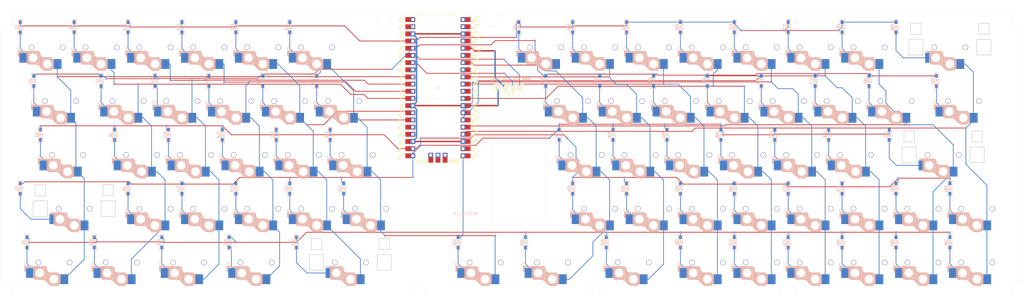
<source format=kicad_pcb>
(kicad_pcb (version 20240108) (generator "pcbnew") (generator_version "8.0")
  (layers (0 "F.Cu" signal) (31 "B.Cu" signal) (34 "B.Paste" user) (35 "F.Paste" user) (36 "B.SilkS" user "B.Silkscreen") (37 "F.SilkS" user "F.Silkscreen") (38 "B.Mask" user) (39 "F.Mask" user) (44 "Edge.Cuts" user))
  (net 0 "")
  (net 1 "row0")
  (net 2 "Net-(D1-A)")
  (net 3 "Net-(D2-A)")
  (net 4 "row1")
  (net 5 "row2")
  (net 6 "Net-(D3-A)")
  (net 7 "row3")
  (net 8 "Net-(D4-A)")
  (net 9 "row4")
  (net 10 "Net-(D5-A)")
  (net 11 "Net-(D6-A)")
  (net 12 "Net-(D7-A)")
  (net 13 "Net-(D8-A)")
  (net 14 "Net-(D9-A)")
  (net 15 "Net-(D10-A)")
  (net 16 "Net-(D11-A)")
  (net 17 "Net-(D12-A)")
  (net 18 "Net-(D13-A)")
  (net 19 "Net-(D14-A)")
  (net 20 "Net-(D15-A)")
  (net 21 "Net-(D16-A)")
  (net 22 "Net-(D17-A)")
  (net 23 "Net-(D18-A)")
  (net 24 "Net-(D19-A)")
  (net 25 "Net-(D20-A)")
  (net 26 "Net-(D21-A)")
  (net 27 "Net-(D22-A)")
  (net 28 "Net-(D23-A)")
  (net 29 "Net-(D24-A)")
  (net 30 "Net-(D25-A)")
  (net 31 "Net-(D26-A)")
  (net 32 "Net-(D27-A)")
  (net 33 "Net-(D28-A)")
  (net 34 "Net-(D29-A)")
  (net 35 "Net-(D30-A)")
  (net 36 "Net-(D51-A)")
  (net 37 "Net-(D52-A)")
  (net 38 "Net-(D53-A)")
  (net 39 "Net-(D54-A)")
  (net 40 "Net-(D55-A)")
  (net 41 "Net-(D56-A)")
  (net 42 "Net-(D57-A)")
  (net 43 "Net-(D58-A)")
  (net 44 "Net-(D59-A)")
  (net 45 "Net-(D60-A)")
  (net 46 "Net-(D61-A)")
  (net 47 "Net-(D62-A)")
  (net 48 "Net-(D63-A)")
  (net 49 "Net-(D64-A)")
  (net 50 "Net-(D65-A)")
  (net 51 "Net-(D66-A)")
  (net 52 "Net-(D67-A)")
  (net 53 "Net-(D68-A)")
  (net 54 "Net-(D69-A)")
  (net 55 "Net-(D70-A)")
  (net 56 "Net-(D71-A)")
  (net 57 "Net-(D72-A)")
  (net 58 "Net-(D73-A)")
  (net 59 "Net-(D74-A)")
  (net 60 "Net-(D75-A)")
  (net 61 "Net-(D76-A)")
  (net 62 "Net-(D77-A)")
  (net 63 "Net-(D78-A)")
  (net 64 "Net-(D79-A)")
  (net 65 "Net-(D80-A)")
  (net 66 "Net-(D81-A)")
  (net 67 "Net-(D82-A)")
  (net 68 "Net-(D83-A)")
  (net 69 "Net-(D84-A)")
  (net 70 "Net-(D85-A)")
  (net 71 "Net-(D86-A)")
  (net 72 "Net-(D87-A)")
  (net 73 "Net-(D89-A)")
  (net 74 "Net-(D90-A)")
  (net 75 "SDA")
  (net 76 "SCL")
  (net 77 "VCC")
  (net 78 "GND")
  (net 79 "col0")
  (net 80 "col1")
  (net 81 "col2")
  (net 82 "col3")
  (net 83 "col4")
  (net 84 "col5")
  (net 85 "col6")
  (net 86 "col7")
  (net 87 "col8")
  (net 88 "col9")
  (net 89 "col10")
  (net 90 "col11")
  (net 91 "col12")
  (net 92 "col13")
  (footprint "kbd_Parts:Diode_SMD" (layer "F.Cu") (at 209.55 116.6812 -90)
    (property "Reference" "D52")
    (property "Value" "D" (hide yes))
  )
  (footprint "kbd_Parts:Diode_SMD" (layer "F.Cu") (at 290.5125 135.7312 -90)
    (property "Reference" "D73")
    (property "Value" "D" (hide yes))
  )
  (footprint "Rikkodo_FootPrint:rkd_Choc_v1v2_Hotswap_1u" (layer "F.Cu") (at 280.9875 142.875)
    (property "Reference" "SW68" (hide yes))
    (property "Value" "SW_Push" (hide yes))
  )
  (footprint "Rikkodo_FootPrint:rkd_Choc_v1v2_Hotswap_1u" (layer "F.Cu") (at 66.675 142.875)
    (property "Reference" "SW8" (hide yes))
    (property "Value" "SW_Push" (hide yes))
  )
  (footprint "kbd_Parts:Diode_SMD" (layer "F.Cu") (at 271.4625 135.7312 -90)
    (property "Reference" "D68")
    (property "Value" "D" (hide yes))
  )
  (footprint "Rikkodo_FootPrint:rkd_Choc_v1v2_Hotswap_1u" (layer "F.Cu") (at 33.3375 104.775)
    (property "Reference" "SW1" (hide yes))
    (property "Value" "SW_Push" (hide yes))
  )
  (footprint "kbd_Parts:Diode_SMD" (layer "F.Cu") (at 23.8125 97.6312 -90)
    (property "Reference" "D1")
    (property "Value" "D" (hide yes))
  )
  (footprint "kbd_Parts:Diode_SMD" (layer "F.Cu") (at 323.85 116.6812 -90)
    (property "Reference" "D82")
    (property "Value" "D" (hide yes))
  )
  (footprint "Rikkodo_FootPrint:rkd_Choc_v1v2_Hotswap_1u" (layer "F.Cu") (at 266.7 104.775)
    (property "Reference" "SW66" (hide yes))
    (property "Value" "SW_Push" (hide yes))
  )
  (footprint "kbd_Parts:Diode_SMD" (layer "F.Cu") (at 71.4375 116.6812 -90)
    (property "Reference" "D12")
    (property "Value" "D" (hide yes))
  )
  (footprint "kbd_Parts:Diode_SMD" (layer "F.Cu") (at 352.425 154.7812 -90)
    (property "Reference" "D89")
    (property "Value" "D" (hide yes))
  )
  (footprint "kbd_Parts:Diode_SMD" (layer "F.Cu") (at 295.275 173.8312 -90)
    (property "Reference" "D75")
    (property "Value" "D" (hide yes))
  )
  (footprint "Rikkodo_FootPrint:rkd_Choc_v1v2_Hotswap_1u" (layer "F.Cu") (at 342.9 180.975)
    (property "Reference" "SW85" (hide yes))
    (property "Value" "SW_Push" (hide yes))
  )
  (footprint "Rikkodo_FootPrint:rkd_Choc_v1v2_Hotswap_1u" (layer "F.Cu") (at 300.0375 142.875)
    (property "Reference" "SW73" (hide yes))
    (property "Value" "SW_Push" (hide yes))
  )
  (footprint "kbd_Parts:Diode_SMD" (layer "F.Cu") (at 333.375 97.6312 -90)
    (property "Reference" "D86")
    (property "Value" "D" (hide yes))
  )
  (footprint "kbd_Parts:Diode_SMD" (layer "F.Cu") (at 23.8125 154.7812 -90)
    (property "Reference" "D4")
    (property "Value" "D" (hide yes))
  )
  (footprint "Rikkodo_FootPrint:rkd_Choc_v1v2_Hotswap_1u" (layer "F.Cu") (at 219.075 123.825)
    (property "Reference" "SW52" (hide yes))
    (property "Value" "SW_Push" (hide yes))
  )
  (footprint "Rikkodo_FootPrint:rkd_Choc_v1v2_Hotswap_1u" (layer "F.Cu") (at 247.65 104.775)
    (property "Reference" "SW61" (hide yes))
    (property "Value" "SW_Push" (hide yes))
  )
  (footprint "kbd_Parts:Diode_SMD" (layer "F.Cu") (at 309.5625 135.7312 -90)
    (property "Reference" "D78")
    (property "Value" "D" (hide yes))
  )
  (footprint "Rikkodo_FootPrint:rkd_Choc_v1v2_Hotswap_1u" (layer "F.Cu") (at 285.75 161.925)
    (property "Reference" "SW69" (hide yes))
    (property "Value" "SW_Push" (hide yes))
  )
  (footprint "kbd_Parts:Diode_SMD" (layer "F.Cu") (at 214.3125 135.7312 -90)
    (property "Reference" "D53")
    (property "Value" "D" (hide yes))
  )
  (footprint "Rikkodo_FootPrint:rkd_Choc_v1v2_Hotswap_1u" (layer "F.Cu") (at 319.0875 142.875)
    (property "Reference" "SW78" (hide yes))
    (property "Value" "SW_Push" (hide yes))
  )
  (footprint "Rikkodo_FootPrint:rkd_Choc_v1v2_Hotswap_1u" (layer "F.Cu") (at 314.325 123.825)
    (property "Reference" "SW77" (hide yes))
    (property "Value" "SW_Push" (hide yes))
  )
  (footprint "kbd_Parts:Diode_SMD" (layer "F.Cu") (at 285.75 116.6812 -90)
    (property "Reference" "D72")
    (property "Value" "D" (hide yes))
  )
  (footprint "Rikkodo_FootPrint:rkd_Choc_v1v2_Hotswap_1u" (layer "F.Cu") (at 100.0125 123.825)
    (property "Reference" "SW17" (hide yes))
    (property "Value" "SW_Push" (hide yes))
  )
  (footprint "kbd_Parts:Diode_SMD" (layer "F.Cu") (at 233.3625 135.7312 -90)
    (property "Reference" "D58")
    (property "Value" "D" (hide yes))
  )
  (footprint "Rikkodo_FootPrint:rkd_Choc_v1v2_Hotswap_1u" (layer "F.Cu") (at 71.4375 161.925)
    (property "Reference" "SW9" (hide yes))
    (property "Value" "SW_Push" (hide yes))
  )
  (footprint "kbd_Parts:Diode_SMD" (layer "F.Cu") (at 95.25 135.7312 -90)
    (property "Reference" "D18")
    (property "Value" "D" (hide yes))
  )
  (footprint "Rikkodo_FootPrint:rkd_Choc_v1v2_Hotswap_1u" (layer "F.Cu") (at 240.5063 180.975)
    (property "Reference" "SW60" (hide yes))
    (property "Value" "SW_Push" (hide yes))
  )
  (footprint "kbd_Parts:Diode_SMD" (layer "F.Cu") (at 109.5375 116.6812 -90)
    (property "Reference" "D22")
    (property "Value" "D" (hide yes))
  )
  (footprint "Rikkodo_FootPrint:rkd_Choc_v1v2_Hotswap_1u" (layer "F.Cu") (at 242.8875 142.875)
    (property "Reference" "SW58" (hide yes))
    (property "Value" "SW_Push" (hide yes))
  )
  (footprint "kbd_Parts:Diode_SMD" (layer "F.Cu") (at 257.175 154.7812 -90)
    (property "Reference" "D64")
    (property "Value" "D" (hide yes))
  )
  (footprint "kbd_Parts:Diode_SMD" (layer "F.Cu") (at 114.3 135.7312 -90)
    (property "Reference" "D23")
    (property "Value" "D" (hide yes))
  )
  (footprint "kbd_Parts:Diode_SMD" (layer "F.Cu") (at 352.425 173.8312 -90)
    (property "Reference" "D90")
    (property "Value" "D" (hide yes))
  )
  (footprint "kbd_Parts:Diode_SMD" (layer "F.Cu") (at 97.6313 173.8312 -90)
    (property "Reference" "D20")
    (property "Value" "D" (hide yes))
  )
  (footprint "kbd_Parts:Diode_SMD" (layer "F.Cu") (at 80.9625 154.7812 -90)
    (property "Reference" "D14")
    (property "Value" "D" (hide yes))
  )
  (footprint "Rikkodo_FootPrint:rkd_Choc_v1v2_Hotswap_1u" (layer "F.Cu") (at 261.9375 142.875)
    (property "Reference" "SW63" (hide yes))
    (property "Value" "SW_Push" (hide yes))
  )
  (footprint "Rikkodo_FootPrint:rkd_Choc_v1v2_Hotswap_1u" (layer "F.Cu") (at 266.7 180.975)
    (property "Reference" "SW65" (hide yes))
    (property "Value" "SW_Push" (hide yes))
  )
  (footprint "kbd_Parts:Diode_SMD" (layer "F.Cu") (at 295.275 97.5812 -90)
    (property "Reference" "D76")
    (property "Value" "D" (hide yes))
  )
  (footprint "kbd_Parts:Diode_SMD" (layer "F.Cu") (at 219.075 97.6312 -90)
    (property "Reference" "D56")
    (property "Value" "D" (hide yes))
  )
  (footprint "Rikkodo_FootPrint:rkd_Choc_v1v2_Hotswap_1u" (layer "F.Cu") (at 52.3875 104.775)
    (property "Reference" "SW6" (hide yes))
    (property "Value" "SW_Push" (hide yes))
  )
  (footprint "Rikkodo_FootPrint:rkd_Choc_v1v2_Hotswap_1u" (layer "F.Cu") (at 357.1875 123.825)
    (property "Reference" "SW87" (hide yes))
    (property "Value" "SW_Push" (hide yes))
  )
  (footprint "Rikkodo_FootPrint:rkd_Choc_v1v2_Hotswap_1u" (layer "F.Cu") (at 123.825 142.875)
    (property "Reference" "SW23" (hide yes))
    (property "Value" "SW_Push" (hide yes))
  )
  (footprint "kbd_Parts:Diode_SMD" (layer "F.Cu") (at 178.5938 173.8312 -90)
    (property "Reference" "D30")
    (property "Value" "D" (hide yes))
  )
  (footprint "Rikkodo_FootPrint:rkd_Choc_v1v2_Hotswap_1u" (layer "F.Cu") (at 61.9125 123.825)
    (property "Reference" "SW7" (hide yes))
    (property "Value" "SW_Push" (hide yes))
  )
  (footprint "Rikkodo_FootPrint:rkd_Choc_v1v2_Hotswap_1u" (layer "F.Cu") (at 40.4813 142.875)
    (property "Reference" "SW3" (hide yes))
    (property "Value" "SW_Push" (hide yes))
  )
  (footprint "kbd_Parts:Diode_SMD" (layer "F.Cu") (at 238.125 97.6312 -90)
    (property "Reference" "D61")
    (property "Value" "D" (hide yes))
  )
  (footprint "Rikkodo_FootPrint:rkd_Choc_v1v2_Hotswap_1u" (layer "F.Cu") (at 257.175 123.825)
    (property "Reference" "SW62" (hide yes))
    (property "Value" "SW_Push" (hide yes))
  )
  (footprint "kbd_Parts:Diode_SMD" (layer "F.Cu") (at 202.4063 173.8312 -90)
    (property "Reference" "D55")
    (property "Value" "D" (hide yes))
  )
  (footprint "Rikkodo_FootPrint:rkd_Choc_v1v2_Hotswap_1u" (layer "F.Cu") (at 342.9 161.925)
    (property "Reference" "SW84" (hide yes))
    (property "Value" "SW_Push" (hide yes))
  )
  (footprint "kbd_Parts:Diode_SMD" (layer "F.Cu") (at 266.7 116.6812 -90)
    (property "Reference" "D67")
    (property "Value" "D" (hide yes))
  )
  (footprint "Rikkodo_FootPrint:rkd_Choc_v1v2_Hotswap_1u" (layer "F.Cu") (at 119.0625 123.825)
    (property "Reference" "SW22" (hide yes))
    (property "Value" "SW_Push" (hide yes))
  )
  (footprint "kbd_Parts:Diode_SMD" (layer "F.Cu") (at 52.3875 116.6812 -90)
    (property "Reference" "D7")
    (property "Value" "D" (hide yes))
  )
  (footprint "kbd_Parts:Diode_SMD" (layer "F.Cu") (at 238.125 154.7812 -90)
    (property "Reference" "D59")
    (property "Value" "D" (hide yes))
  )
  (footprint "kbd_Parts:Diode_SMD" (layer "F.Cu") (at 119.0625 154.7812 -90)
    (property "Reference" "D24")
    (property "Value" "D" (hide yes))
  )
  (footprint "Rikkodo_FootPrint:rkd_Choc_v1v2_Hotswap_1u" (layer "F.Cu") (at 142.875 142.875)
    (property "Reference" "SW28" (hide yes))
    (property "Value" "SW_Push" (hide yes))
  )
  (footprint "kbd_Parts:Diode_SMD" (layer "F.Cu") (at 230.9813 173.8312 -90)
    (property "Reference" "D60")
    (property "Value" "D" (hide yes))
  )
  (footprint "kbd_Parts:Diode_SMD" (layer "F.Cu") (at 61.9125 154.7812 -90)
    (property "Reference" "D9")
    (property "Value" "D" (hide yes))
  )
  (footprint "kbd_Parts:Diode_SMD" (layer "F.Cu") (at 138.1125 154.7812 -90)
    (property "Reference" "D29")
    (property "Value" "D" (hide yes))
  )
  (footprint "kbd_Parts:Diode_SMD" (layer "F.Cu") (at 314.325 154.7812 -90)
    (property "Reference" "D79")
    (property "Value" "D" (hide yes))
  )
  (footprint "kbd_Parts:Diode_SMD" (layer "F.Cu") (at 247.65 116.6812 -90)
    (property "Reference" "D62")
    (property "Value" "D" (hide yes))
  )
  (footprint "Rikkodo_FootPrint:rkd_Choc_v1v2_Hotswap_1u" (layer "F.Cu") (at 333.375 123.825)
    (property "Reference" "SW82" (hide yes))
    (property "Value" "SW_Push" (hide yes))
  )
  (footprint "Rikkodo_FootPrint:rkd_Choc_v1v2_Hotswap_1u" (layer "F.Cu") (at 83.3438 180.975)
    (property "Reference" "SW15" (hide yes))
    (property "Value" "SW_Push" (hide yes))
  )
  (footprint "Rikkodo_FootPrint:rkd_Choc_v1v2_Hotswap_1u" (layer "F.Cu") (at 35.7188 180.975)
    (property "Reference" "SW5" (hide yes))
    (property "Value" "SW_Push" (hide yes))
  )
  (footprint "Rikkodo_FootPrint:rkd_Choc_v1v2_Hotswap_1u" (layer "F.Cu") (at 109.5375 161.925)
    (property "Reference" "SW19" (hide yes))
    (property "Value" "SW_Push" (hide yes))
  )
  (footprint "Rikkodo_FootPrint:rkd_Choc_v1v2_Hotswap_1u" (layer "F.Cu") (at 223.8375 142.875)
    (property "Reference" "SW53" (hide yes))
    (property "Value" "SW_Push" (hide yes))
  )
  (footprint "kbd_Parts:Diode_SMD" (layer "F.Cu") (at 119.0625 97.6312 -90)
    (property "Reference" "D26")
    (property "Value" "D" (hide yes))
  )
  (footprint "kbd_Parts:Diode_SMD" (layer "F.Cu") (at 128.5875 116.6812 -90)
    (property "Reference" "D27")
    (property "Value" "D" (hide yes))
  )
  (footprint "kbd_Parts:Diode_SMD" (layer "F.Cu") (at 133.35 135.7312 -90)
    (property "Reference" "D28")
    (property "Value" "D" (hide yes))
  )
  (footprint "Rikkodo_FootPrint:rkd_Choc_v1v2_Hotswap_1u" (layer "F.Cu") (at 247.65 161.925)
    (property "Reference" "SW59" (hide yes))
    (property "Value" "SW_Push" (hide yes))
  )
  (footprint "Rikkodo_FootPrint:rkd_Choc_v1v2_Hotswap_1u" (layer "F.Cu") (at 147.6375 161.925)
    (property "Reference" "SW29" (hide yes))
    (property "Value" "SW_Push" (hide yes))
  )
  (footprint "Rikkodo_FootPrint:rkd_Choc_v1v2_Hotswap_1u" (layer "F.Cu") (at 104.775 142.875)
    (property "Reference" "SW18" (hide yes))
    (property "Value" "SW_Push" (hide yes))
  )
  (footprint "Rikkodo_FootPrint:rkd_Choc_v1v2_Hotswap_1u" (layer "F.Cu") (at 38.1 123.825)
    (property "Reference" "SW2" (hide yes))
    (property "Value" "SW_Push" (hide yes))
  )
  (footprint "kbd_Parts:Diode_SMD" (layer "F.Cu") (at 200.025 97.6312 -90)
    (property "Reference" "D51")
    (property "Value" "D" (hide yes))
  )
  (footprint "Rikkodo_FootPrint:rkd_Choc_v1v2_Hotswap_1u" (layer "F.Cu") (at 285.75 104.775)
    (property "Reference" "SW71" (hide yes))
    (property "Value" "SW_Push" (hide yes))
  )
  (footprint "kbd_Parts:Diode_SMD" (layer "F.Cu") (at 42.8625 97.6312 -90)
    (property "Reference" "D6")
    (property "Value" "D" (hide yes))
  )
  (footprint "kbd_Parts:Diode_SMD" (layer "F.Cu") (at 26.1938 173.8312 -90)
    (property "Reference" "D5")
    (property "Value" "D" (hide yes))
  )
  (footprint "kbd_Parts:Diode_SMD" (layer "F.Cu") (at 219.075 154.7812 -90)
    (property "Reference" "D54")
    (property "Value" "D" (hide yes))
  )
  (footprint "Rikkodo_FootPrint:rkd_Choc_v1v2_Hotswap_1u" (layer "F.Cu") (at 128.5875 104.775)
    (property "Reference" "SW26" (hide yes))
    (property "Value" "SW_Push" (hide yes))
  )
  (footprint "Rikkodo_FootPrint:rkd_Choc_v1v2_Hotswap_1u" (layer "F.Cu") (at 128.5875 161.925)
    (property "Reference" "SW24" (hide yes))
    (property "Value" "SW_Push" (hide yes))
  )
  (footprint "Rikkodo_FootPrint:rkd_Point_Hall" (layer "F.Cu") (at 200.025 152.4)
    (property "Reference" "M2" (hide yes))
    (property "Value" "Mark" (hide yes))
    (fp_line (start -9.525 14.2875) (end -9.525 -14.2875) (stroke (width 0.05)) (layer "Edge.Cuts"))
    (fp_line (start 9.525 -14.2875) (end -9.525 -14.2875) (stroke (width 0.05)) (layer "Edge.Cuts"))
    (fp_line (start 9.525 -14.2875) (end 9.525 14.2875) (stroke (width 0.05)) (layer "Edge.Cuts"))
    (fp_line (start 9.525 14.2875) (end -9.525 14.2875) (stroke (width 0.05)) (layer "Edge.Cuts"))
  )
  (footprint "Rikkodo_FootPrint:rkd_Choc_v1v2_Hotswap_1u" (layer "F.Cu") (at 323.85 104.775)
    (property "Reference" "SW81" (hide yes))
    (property "Value" "SW_Push" (hide yes))
  )
  (footprint "Rikkodo_FootPrint:rkd_Choc_v1v2_Hotswap_2u" (layer "F.Cu") (at 140.4938 180.975)
    (property "Reference" "SW25" (hide yes))
    (property "Value" "SW_Push" (hide yes))
    (fp_line (start -14.5 -2.8) (end -9.5 -2.8) (stroke (width 0.2)) (layer "Edge.Cuts"))
    (fp_line (start -14.5 2.7) (end -14.5 -2.8) (stroke (width 0.2)) (layer "Edge.Cuts"))
    (fp_line (start -13.85 -8.5) (end -10.15 -8.5) (stroke (width 0.2)) (layer "Edge.Cuts"))
    (fp_line (start -13.85 -4.6) (end -13.85 -8.5) (stroke (width 0.2)) (layer "Edge.Cuts"))
    (fp_line (start -10.15 -8.5) (end -10.15 -4.6) (stroke (width 0.2)) (layer "Edge.Cuts"))
    (fp_line (start -10.15 -4.6) (end -13.85 -4.6) (stroke (width 0.2)) (layer "Edge.Cuts"))
    (fp_line (start -9.5 -2.8) (end -9.5 2.7) (stroke (width 0.2)) (layer "Edge.Cuts"))
    (fp_line (start -9.5 2.7) (end -14.5 2.7) (stroke (width 0.2)) (layer "Edge.Cuts"))
    (fp_line (start 9.5 -2.8) (end 9.5 2.7) (stroke (width 0.2)) (layer "Edge.Cuts"))
    (fp_line (start 9.5 2.7) (end 14.5 2.7) (stroke (width 0.2)) (layer "Edge.Cuts"))
    (fp_line (start 10.15 -8.5) (end 10.15 -4.6) (stroke (width 0.2)) (layer "Edge.Cuts"))
    (fp_line (start 10.15 -4.6) (end 13.85 -4.6) (stroke (width 0.2)) (layer "Edge.Cuts"))
    (fp_line (start 13.85 -8.5) (end 10.15 -8.5) (stroke (width 0.2)) (layer "Edge.Cuts"))
    (fp_line (start 13.85 -8.5) (end 13.85 -4.6) (stroke (width 0.2)) (layer "Edge.Cuts"))
    (fp_line (start 14.5 -2.8) (end 9.5 -2.8) (stroke (width 0.2)) (layer "Edge.Cuts"))
    (fp_line (start 14.5 2.7) (end 14.5 -2.8) (stroke (width 0.2)) (layer "Edge.Cuts"))
  )
  (footprint "Rikkodo_FootPrint:rkd_Choc_v1v2_Hotswap_1u" (layer "F.Cu") (at 90.4875 104.775)
    (property "Reference" "SW16" (hide yes))
    (property "Value" "SW_Push" (hide yes))
  )
  (footprint "Rikkodo_FootPrint:rkd_Choc_v1v2_Hotswap_1u" (layer "F.Cu") (at 107.1563 180.975)
    (property "Reference" "SW20" (hide yes))
    (property "Value" "SW_Push" (hide yes))
  )
  (footprint "kbd_Parts:Diode_SMD" (layer "F.Cu") (at 333.375 154.7812 -90)
    (property "Reference" "D84")
    (property "Value" "D" (hide yes))
  )
  (footprint "Rikkodo_FootPrint:rkd_Choc_v1v2_Hotswap_1u" (layer "F.Cu") (at 304.8 161.925)
    (property "Reference" "SW74" (hide yes))
    (property "Value" "SW_Push" (hide yes))
  )
  (footprint "Rikkodo_FootPrint:rkd_Choc_v1v2_Hotswap_1u" (layer "F.Cu") (at 90.4875 161.925)
    (property "Reference" "SW14" (hide yes))
    (property "Value" "SW_Push" (hide yes))
  )
  (footprint "Rikkodo_FootPrint:rkd_Choc_v1v2_Hotswap_1u" (layer "F.Cu") (at 188.1188 180.975)
    (property "Reference" "SW30" (hide yes))
    (property "Value" "SW_Push" (hide yes))
  )
  (footprint "kbd_Parts:Diode_SMD" (layer "F.Cu") (at 61.9125 97.6312 -90)
    (property "Reference" "D11")
    (property "Value" "D" (hide yes))
  )
  (footprint "kbd_Parts:Diode_SMD" (layer "F.Cu") (at 80.9625 97.6312 -90)
    (property "Reference" "D16")
    (property "Value" "D" (hide yes))
  )
  (footprint "kbd_Parts:Diode_SMD" (layer "F.Cu") (at 276.225 173.8312 -90)
    (property "Reference" "D70")
    (property "Value" "D" (hide yes))
  )
  (footprint "kbd_Parts:Diode_SMD" (layer "F.Cu") (at 50.0063 173.8312 -90)
    (property "Reference" "D10")
    (property "Value" "D" (hide yes))
  )
  (footprint "kbd_Parts:Diode_SMD" (layer "F.Cu") (at 276.225 97.6312 -90)
    (property "Reference" "D71")
    (property "Value" "D" (hide yes))
  )
  (footprint "Rikkodo_FootPrint:rkd_Choc_v1v2_Hotswap_1u" (layer "F.Cu") (at 238.125 123.825)
    (property "Reference" "SW57" (hide yes))
    (property "Value" "SW_Push" (hide yes))
  )
  (footprint "kbd_Parts:Diode_SMD" (layer "F.Cu") (at 76.2 135.7312 -90)
    (property "Reference" "D13")
    (property "Value" "D" (hide yes))
  )
  (footprint "Rikkodo_FootPrint:rkd_Choc_v1v2_Hotswap_2u" (layer "F.Cu") (at 42.8625 161.925)
    (property "Reference" "SW4" (hide yes))
    (property "Value" "SW_Push" (hide yes))
    (fp_line (start -14.5 -2.8) (end -9.5 -2.8) (stroke (width 0.2)) (layer "Edge.Cuts"))
    (fp_line (start -14.5 2.7) (end -14.5 -2.8) (stroke (width 0.2)) (layer "Edge.Cuts"))
    (fp_line (start -13.85 -8.5) (end -10.15 -8.5) (stroke (width 0.2)) (layer "Edge.Cuts"))
    (fp_line (start -13.85 -4.6) (end -13.85 -8.5) (stroke (width 0.2)) (layer "Edge.Cuts"))
    (fp_line (start -10.15 -8.5) (end -10.15 -4.6) (stroke (width 0.2)) (layer "Edge.Cuts"))
    (fp_line (start -10.15 -4.6) (end -13.85 -4.6) (stroke (width 0.2)) (layer "Edge.Cuts"))
    (fp_line (start -9.5 -2.8) (end -9.5 2.7) (stroke (width 0.2)) (layer "Edge.Cuts"))
    (fp_line (start -9.5 2.7) (end -14.5 2.7) (stroke (width 0.2)) (layer "Edge.Cuts"))
    (fp_line (start 9.5 -2.8) (end 9.5 2.7) (stroke (width 0.2)) (layer "Edge.Cuts"))
    (fp_line (start 9.5 2.7) (end 14.5 2.7) (stroke (width 0.2)) (layer "Edge.Cuts"))
    (fp_line (start 10.15 -8.5) (end 10.15 -4.6) (stroke (width 0.2)) (layer "Edge.Cuts"))
    (fp_line (start 10.15 -4.6) (end 13.85 -4.6) (stroke (width 0.2)) (layer "Edge.Cuts"))
    (fp_line (start 13.85 -8.5) (end 10.15 -8.5) (stroke (width 0.2)) (layer "Edge.Cuts"))
    (fp_line (start 13.85 -8.5) (end 13.85 -4.6) (stroke (width 0.2)) (layer "Edge.Cuts"))
    (fp_line (start 14.5 -2.8) (end 9.5 -2.8) (stroke (width 0.2)) (layer "Edge.Cuts"))
    (fp_line (start 14.5 2.7) (end 14.5 -2.8) (stroke (width 0.2)) (layer "Edge.Cuts"))
  )
  (footprint "Rikkodo_FootPrint:rkd_Choc_v1v2_Hotswap_1u" (layer "F.Cu") (at 228.6 161.925)
    (property "Reference" "SW54" (hide yes))
    (property "Value" "SW_Push" (hide yes))
  )
  (footprint "kbd_Parts:Diode_SMD" (layer "F.Cu") (at 257.175 173.8312 -90)
    (property "Reference" "D65")
    (property "Value" "D" (hide yes))
  )
  (footprint "kbd_Parts:Diode_SMD" (layer "F.Cu") (at 257.175 97.6312 -90)
    (property "Reference" "D66")
    (property "Value" "D" (hide yes))
  )
  (footprint "Rikkodo_FootPrint:rkd_Choc_v1v2_Hotswap_1u" (layer "F.Cu") (at 138.1125 123.825)
    (property "Reference" "SW27" (hide yes))
    (property "Value" "SW_Push" (hide yes))
  )
  (footprint "kbd_Parts:Diode_SMD" (layer "F.Cu") (at 73.8188 173.8312 -90)
    (property "Reference" "D15")
    (property "Value" "D" (hide yes))
  )
  (footprint "kbd_Parts:Diode_SMD" (layer "F.Cu") (at 295.275 154.7812 -90)
    (property "Reference" "D74")
    (property "Value" "D" (hide yes))
  )
  (footprint "Rikkodo_FootPrint:rkd_Choc_v1v2_Hotswap_1u" (layer "F.Cu") (at 59.5313 180.975)
    (property "Reference" "SW10" (hide yes))
    (property "Value" "SW_Push" (hide yes))
  )
  (footprint "kbd_Parts:Diode_SMD" (layer "F.Cu") (at 314.325 173.8312 -90)
    (property "Reference" "D80")
    (property "Value" "D" (hide yes))
  )
  (footprint "kbd_Parts:Diode_SMD" (layer "F.Cu") (at 100.0125 97.6312 -90)
    (property "Reference" "D21")
    (property "Value" "D" (hide yes))
  )
  (footprint "Rikkodo_FootPrint:rkd_Guard_Screw_Hall" (layer "F.Cu") (at 171.45 125.0156 -90)
    (property "Reference" "M1" (hide yes))
    (property "Value" "Mark" (hide yes))
  )
  (footprint "kbd_Parts:Diode_SMD" (layer "F.Cu") (at 28.575 116.6812 -90)
    (property "Reference" "D2")
    (property "Value" "D" (hide yes))
  )
  (footprint "kbd_Parts:Diode_SMD" (layer "F.Cu") (at 30.9563 135.7312 -90)
    (property "Reference" "D3")
    (property "Value" "D" (hide yes))
  )
  (footprint "Rikkodo_FootPrint:rkd_Choc_v1v2_Hotswap_1u" (layer "F.Cu") (at 209.55 104.775)
    (property "Reference" "SW51" (hide yes))
    (property "Value" "SW_Push" (hide yes))
  )
  (footprint "Rikkodo_FootPrint:rkd_Choc_v1v2_Hotswap_1u" (layer "F.Cu") (at 361.95 161.925)
    (property "Reference" "SW89" (hide yes))
    (property "Value" "SW_Push" (hide yes))
  )
  (footprint "Rikkodo_FootPrint:rkd_Choc_v1v2_Hotswap_1u" (layer "F.Cu") (at 266.7 161.925)
    (property "Reference" "SW64" (hide yes))
    (property "Value" "SW_Push" (hide yes))
  )
  (footprint "kbd_Parts:Diode_SMD" (layer "F.Cu") (at 100.0125 154.7812 -90)
    (property "Reference" "D19")
    (property "Value" "D" (hide yes))
  )
  (footprint "kbd_Parts:Diode_SMD" (layer "F.Cu") (at 228.6 116.6812 -90)
    (property "Reference" "D57")
    (property "Value" "D" (hide yes))
  )
  (footprint "Rikkodo_FootPrint:rkd_Choc_v1v2_Hotswap_1u" (layer "F.Cu") (at 85.725 142.875)
    (property "Reference" "SW13" (hide yes))
    (property "Value" "SW_Push" (hide yes))
  )
  (footprint "kbd_Parts:Diode_SMD" (layer "F.Cu") (at 330.9938 135.7312 -90)
    (property "Reference" "D83")
    (property "Value" "D" (hide yes))
  )
  (footprint "Rikkodo_FootPrint:rkd_Choc_v1v2_Hotswap_1u" (layer "F.Cu") (at 295.275 123.825)
    (property "Reference" "SW72" (hide yes))
    (property "Value" "SW_Push" (hide yes))
  )
  (footprint "Rikkodo_FootPrint:rkd_Choc_v1v2_Hotswap_1u" (layer "F.Cu") (at 323.85 180.975)
    (property "Reference" "SW80" (hide yes))
    (property "Value" "SW_Push" (hide yes))
  )
  (footprint "Rikkodo_FootPrint:rkd_Choc_v1v2_Hotswap_1u" (layer "F.Cu") (at 71.4375 104.775)
    (property "Reference" "SW11" (hide yes))
    (property "Value" "SW_Push" (hide yes))
  )
  (footprint "RPi_Pico:RPi_Pico_SMD_TH" (layer "F.Cu") (at 171.45 119.0625)
    (property "Reference" "U1")
    (property "Value" "Pico")
  )
  (footprint "Rikkodo_FootPrint:rkd_Choc_v1v2_Hotswap_1u" (layer "F.Cu") (at 361.95 180.975)
    (property "Reference" "SW90" (hide yes))
    (property "Value" "SW_Push" (hide yes))
  )
  (footprint "Rikkodo_FootPrint:rkd_Choc_v1v2_Hotswap_1u" (layer "F.Cu") (at 285.75 180.975)
    (property "Reference" "SW70" (hide yes))
    (property "Value" "SW_Push" (hide yes))
  )
  (footprint "Rikkodo_FootPrint:rkd_Choc_v1v2_Hotswap_1u" (layer "F.Cu") (at 228.6 104.775)
    (property "Reference" "SW56" (hide yes))
    (property "Value" "SW_Push" (hide yes))
  )
  (footprint "Rikkodo_FootPrint:rkd_Choc_v1v2_Hotswap_1u" (layer "F.Cu") (at 323.85 161.925)
    (property "Reference" "SW79" (hide yes))
    (property "Value" "SW_Push" (hide yes))
  )
  (footprint "Rikkodo_FootPrint:rkd_Choc_v1v2_Hotswap_1u" (layer "F.Cu") (at 211.9313 180.975)
    (property "Reference" "SW55" (hide yes))
    (property "Value" "SW_Push" (hide yes))
  )
  (footprint "Rikkodo_FootPrint:rkd_Choc_v1v2_Hotswap_1u" (layer "F.Cu") (at 304.8 180.975)
    (property "Reference" "SW75" (hide yes))
    (property "Value" "SW_Push" (hide yes))
  )
  (footprint "Rikkodo_FootPrint:rkd_Choc_v1v2_Hotswap_2u" (layer "F.Cu") (at 350.0438 142.875)
    (property "Reference" "SW83" (hide yes))
    (property "Value" "SW_Push" (hide yes))
    (fp_line (start -14.5 -2.8) (end -9.5 -2.8) (stroke (width 0.2)) (layer "Edge.Cuts"))
    (fp_line (start -14.5 2.7) (end -14.5 -2.8) (stroke (width 0.2)) (layer "Edge.Cuts"))
    (fp_line (start -13.85 -8.5) (end -10.15 -8.5) (stroke (width 0.2)) (layer "Edge.Cuts"))
    (fp_line (start -13.85 -4.6) (end -13.85 -8.5) (stroke (width 0.2)) (layer "Edge.Cuts"))
    (fp_line (start -10.15 -8.5) (end -10.15 -4.6) (stroke (width 0.2)) (layer "Edge.Cuts"))
    (fp_line (start -10.15 -4.6) (end -13.85 -4.6) (stroke (width 0.2)) (layer "Edge.Cuts"))
    (fp_line (start -9.5 -2.8) (end -9.5 2.7) (stroke (width 0.2)) (layer "Edge.Cuts"))
    (fp_line (start -9.5 2.7) (end -14.5 2.7) (stroke (width 0.2)) (layer "Edge.Cuts"))
    (fp_line (start 9.5 -2.8) (end 9.5 2.7) (stroke (width 0.2)) (layer "Edge.Cuts"))
    (fp_line (start 9.5 2.7) (end 14.5 2.7) (stroke (width 0.2)) (layer "Edge.Cuts"))
    (fp_line (start 10.15 -8.5) (end 10.15 -4.6) (stroke (width 0.2)) (layer "Edge.Cuts"))
    (fp_line (start 10.15 -4.6) (end 13.85 -4.6) (stroke (width 0.2)) (layer "Edge.Cuts"))
    (fp_line (start 13.85 -8.5) (end 10.15 -8.5) (stroke (width 0.2)) (layer "Edge.Cuts"))
    (fp_line (start 13.85 -8.5) (end 13.85 -4.6) (stroke (width 0.2)) (layer "Edge.Cuts"))
    (fp_line (start 14.5 -2.8) (end 9.5 -2.8) (stroke (width 0.2)) (layer "Edge.Cuts"))
    (fp_line (start 14.5 2.7) (end 14.5 -2.8) (stroke (width 0.2)) (layer "Edge.Cuts"))
  )
  (footprint "kbd_Parts:Diode_SMD" (layer "F.Cu") (at 314.325 97.6312 -90)
    (property "Reference" "D81")
    (property "Value" "D" (hide yes))
  )
  (footprint "Rikkodo_FootPrint:rkd_Choc_v1v2_Hotswap_2u" (layer "F.Cu") (at 352.425 104.775)
    (property "Reference" "SW86" (hide yes))
    (property "Value" "SW_Push" (hide yes))
    (fp_line (start -14.5 -2.8) (end -9.5 -2.8) (stroke (width 0.2)) (layer "Edge.Cuts"))
    (fp_line (start -14.5 2.7) (end -14.5 -2.8) (stroke (width 0.2)) (layer "Edge.Cuts"))
    (fp_line (start -13.85 -8.5) (end -10.15 -8.5) (stroke (width 0.2)) (layer "Edge.Cuts"))
    (fp_line (start -13.85 -4.6) (end -13.85 -8.5) (stroke (width 0.2)) (layer "Edge.Cuts"))
    (fp_line (start -10.15 -8.5) (end -10.15 -4.6) (stroke (width 0.2)) (layer "Edge.Cuts"))
    (fp_line (start -10.15 -4.6) (end -13.85 -4.6) (stroke (width 0.2)) (layer "Edge.Cuts"))
    (fp_line (start -9.5 -2.8) (end -9.5 2.7) (stroke (width 0.2)) (layer "Edge.Cuts"))
    (fp_line (start -9.5 2.7) (end -14.5 2.7) (stroke (width 0.2)) (layer "Edge.Cuts"))
    (fp_line (start 9.5 -2.8) (end 9.5 2.7) (stroke (width 0.2)) (layer "Edge.Cuts"))
    (fp_line (start 9.5 2.7) (end 14.5 2.7) (stroke (width 0.2)) (layer "Edge.Cuts"))
    (fp_line (start 10.15 -8.5) (end 10.15 -4.6) (stroke (width 0.2)) (layer "Edge.Cuts"))
    (fp_line (start 10.15 -4.6) (end 13.85 -4.6) (stroke (width 0.2)) (layer "Edge.Cuts"))
    (fp_line (start 13.85 -8.5) (end 10.15 -8.5) (stroke (width 0.2)) (layer "Edge.Cuts"))
    (fp_line (start 13.85 -8.5) (end 13.85 -4.6) (stroke (width 0.2)) (layer "Edge.Cuts"))
    (fp_line (start 14.5 -2.8) (end 9.5 -2.8) (stroke (width 0.2)) (layer "Edge.Cuts"))
    (fp_line (start 14.5 2.7) (end 14.5 -2.8) (stroke (width 0.2)) (layer "Edge.Cuts"))
  )
  (footprint "kbd_Parts:Diode_SMD" (layer "F.Cu") (at 333.375 173.8312 -90)
    (property "Reference" "D85")
    (property "Value" "D" (hide yes))
  )
  (footprint "Rikkodo_FootPrint:rkd_Choc_v1v2_Hotswap_1u" (layer "F.Cu") (at 80.9625 123.825)
    (property "Reference" "SW12" (hide yes))
    (property "Value" "SW_Push" (hide yes))
  )
  (footprint "Rikkodo_FootPrint:rkd_Choc_v1v2_Hotswap_1u" (layer "F.Cu") (at 109.5375 104.775)
    (property "Reference" "SW21" (hide yes))
    (property "Value" "SW_Push" (hide yes))
  )
  (footprint "kbd_Parts:OLED" (layer "F.Cu") (at 200.3425 119.0625 180)
    (property "Reference" "OL1")
    (property "Value" "OLED" (hide yes))
  )
  (footprint "kbd_Parts:Diode_SMD" (layer "F.Cu") (at 304.8 116.6812 -90)
    (property "Reference" "D77")
    (property "Value" "D" (hide yes))
  )
  (footprint "kbd_Parts:Diode_SMD" (layer "F.Cu") (at 252.4125 135.7312 -90)
    (property "Reference" "D63")
    (property "Value" "D" (hide yes))
  )
  (footprint "Rikkodo_FootPrint:rkd_Choc_v1v2_Hotswap_1u" (layer "F.Cu") (at 276.225 123.825)
    (property "Reference" "SW67" (hide yes))
    (property "Value" "SW_Push" (hide yes))
  )
  (footprint "kbd_Parts:Diode_SMD" (layer "F.Cu") (at 90.4875 116.6812 -90)
    (property "Reference" "D17")
    (property "Value" "D" (hide yes))
  )
  (footprint "kbd_Parts:Diode_SMD" (layer "F.Cu") (at 57.15 135.7312 -90)
    (property "Reference" "D8")
    (property "Value" "D" (hide yes))
  )
  (footprint "kbd_Parts:Diode_SMD" (layer "F.Cu") (at 347.6625 116.6812 -90)
    (property "Reference" "D87")
    (property "Value" "D" (hide yes))
  )
  (footprint "kbd_Parts:Diode_SMD" (layer "F.Cu") (at 276.225 154.7812 -90)
    (property "Reference" "D69")
    (property "Value" "D" (hide yes))
  )
  (footprint "Rikkodo_FootPrint:rkd_Choc_v1v2_Hotswap_1u" (layer "F.Cu") (at 304.8 104.775)
    (property "Reference" "SW76" (hide yes))
    (property "Value" "SW_Push" (hide yes))
  )
  (footprint "kbd_Parts:Diode_SMD" (layer "F.Cu") (at 121.4438 173.8312 -90)
    (property "Reference" "D25")
    (property "Value" "D" (hide yes))
  )
  (gr_line (start 289.3218 92.868725) (end 372.896875 92.859375) (stroke (width 0.05)) (layer "Edge.Cuts"))
  (gr_line (start 19.05 188.1) (end 21.2 189.3) (stroke (width 0.05)) (layer "Edge.Cuts"))
  (gr_line (start 288.131175 94.05935) (end 288.149925 95.249975) (stroke (width 0.05)) (layer "Edge.Cuts"))
  (gr_line (start 194.090625 92.86875) (end 282.17805 92.868725) (stroke (width 0.05)) (layer "Edge.Cuts"))
  (gr_line (start 298.846875 192.88125) (end 372.896875 192.890625) (stroke (width 0.05)) (layer "Edge.Cuts"))
  (gr_line (start 163.10625 188.35) (end 165.50625 188.35) (stroke (width 0.05)) (layer "Edge.Cuts"))
  (gr_line (start 294.075 188.35) (end 296.475 188.35) (stroke (width 0.05)) (layer "Edge.Cuts"))
  (gr_line (start 21.2 94.05) (end 21.2 96.45) (stroke (width 0.05)) (layer "Edge.Cuts"))
  (gr_arc (start 298.846875 192.88125) (mid 298.00496 192.53254) (end 297.65625 191.690625) (stroke (width 0.05)) (layer "Edge.Cuts"))
  (gr_line (start 297.675 190.5) (end 297.65625 191.690625) (stroke (width 0.05)) (layer "Edge.Cuts"))
  (gr_arc (start 22.390625 192.890625) (mid 21.548701 192.541909) (end 21.2 191.7) (stroke (width 0.05)) (layer "Edge.Cuts"))
  (gr_line (start 376.2375 188.1) (end 374.0875 189.3) (stroke (width 0.05)) (layer "Edge.Cuts"))
  (gr_line (start 376.2375 97.65) (end 374.0875 96.45) (stroke (width 0.05)) (layer "Edge.Cuts"))
  (gr_arc (start 148.828125 92.86875) (mid 149.670049 93.217466) (end 150.01875 94.059375) (stroke (width 0.05)) (layer "Edge.Cuts"))
  (gr_line (start 378.61875 186.92815) (end 378.61875 98.82185) (stroke (width 0.05)) (layer "Edge.Cuts"))
  (gr_arc (start 161.925 191.690625) (mid 161.576274 192.532524) (end 160.734375 192.88125) (stroke (width 0.05)) (layer "Edge.Cuts"))
  (gr_line (start 292.89375 191.690625) (end 292.875 190.5) (stroke (width 0.05)) (layer "Edge.Cuts"))
  (gr_line (start 377.428125 97.631225) (end 376.2375 97.65) (stroke (width 0.05)) (layer "Edge.Cuts"))
  (gr_line (start 16.66875 98.82187) (end 16.668775 186.92815) (stroke (width 0.05)) (layer "Edge.Cuts"))
  (gr_arc (start 17.8594 188.118775) (mid 17.017483 187.770067) (end 16.668775 186.92815) (stroke (width 0.05)) (layer "Edge.Cuts"))
  (gr_line (start 288.149925 95.249975) (end 286.949925 97.399975) (stroke (width 0.05)) (layer "Edge.Cuts"))
  (gr_arc (start 154.78125 94.059375) (mid 155.129986 93.217501) (end 155.971875 92.86875) (stroke (width 0.05)) (layer "Edge.Cuts"))
  (gr_arc (start 372.896875 92.859375) (mid 373.738792 93.208083) (end 374.0875 94.05) (stroke (width 0.05)) (layer "Edge.Cuts"))
  (gr_arc (start 229.790625 192.88125) (mid 228.948726 192.532524) (end 228.6 191.690625) (stroke (width 0.05)) (layer "Edge.Cuts"))
  (gr_line (start 229.790625 192.88125) (end 291.703125 192.88125) (stroke (width 0.05)) (layer "Edge.Cuts"))
  (gr_line (start 192.9 94.059375) (end 192.91875 95.25) (stroke (width 0.05)) (layer "Edge.Cuts"))
  (gr_line (start 166.70625 190.5) (end 165.50625 188.35) (stroke (width 0.05)) (layer "Edge.Cuts"))
  (gr_line (start 374.0875 189.3) (end 374.0875 191.7) (stroke (width 0.05)) (layer "Edge.Cuts"))
  (gr_line (start 223.8375 191.690625) (end 223.81875 190.5) (stroke (width 0.05)) (layer "Edge.Cuts"))
  (gr_line (start 223.81875 190.5) (end 225.01875 188.35) (stroke (width 0.05)) (layer "Edge.Cuts"))
  (gr_arc (start 223.8375 191.690625) (mid 223.488774 192.532524) (end 222.646875 192.88125) (stroke (width 0.05)) (layer "Edge.Cuts"))
  (gr_line (start 374.0875 96.45) (end 374.0875 94.05) (stroke (width 0.05)) (layer "Edge.Cuts"))
  (gr_arc (start 378.61875 186.92815) (mid 378.270014 187.770024) (end 377.428125 188.118775) (stroke (width 0.05)) (layer "Edge.Cuts"))
  (gr_line (start 192.91875 95.25) (end 191.71875 97.4) (stroke (width 0.05)) (layer "Edge.Cuts"))
  (gr_arc (start 167.878125 192.88125) (mid 167.036226 192.532524) (end 166.6875 191.690625) (stroke (width 0.05)) (layer "Edge.Cuts"))
  (gr_line (start 154.8 95.25) (end 154.78125 94.059375) (stroke (width 0.05)) (layer "Edge.Cuts"))
  (gr_line (start 284.549925 97.399975) (end 283.349925 95.249975) (stroke (width 0.05)) (layer "Edge.Cuts"))
  (gr_line (start 167.878125 192.88125) (end 222.646875 192.88125) (stroke (width 0.05)) (layer "Edge.Cuts"))
  (gr_line (start 186.946875 92.86875) (end 155.971875 92.86875) (stroke (width 0.05)) (layer "Edge.Cuts"))
  (gr_line (start 283.349925 95.249975) (end 283.368675 94.05935) (stroke (width 0.05)) (layer "Edge.Cuts"))
  (gr_line (start 189.31875 97.4) (end 188.11875 95.25) (stroke (width 0.05)) (layer "Edge.Cuts"))
  (gr_arc (start 292.89375 191.690625) (mid 292.545006 192.532506) (end 291.703125 192.88125) (stroke (width 0.05)) (layer "Edge.Cuts"))
  (gr_line (start 19.05 188.1) (end 17.859375 188.11875) (stroke (width 0.05)) (layer "Edge.Cuts"))
  (gr_line (start 292.875 190.5) (end 294.075 188.35) (stroke (width 0.05)) (layer "Edge.Cuts"))
  (gr_line (start 153.6 97.4) (end 154.8 95.25) (stroke (width 0.05)) (layer "Edge.Cuts"))
  (gr_line (start 22.390625 192.890625) (end 160.734375 192.88125) (stroke (width 0.05)) (layer "Edge.Cuts"))
  (gr_line (start 228.61875 190.5) (end 228.6 191.690625) (stroke (width 0.05)) (layer "Edge.Cuts"))
  (gr_line (start 377.428125 188.118775) (end 376.2375 188.1) (stroke (width 0.05)) (layer "Edge.Cuts"))
  (gr_arc (start 16.66875 98.82187) (mid 17.017476 97.979976) (end 17.85937 97.63125) (stroke (width 0.05)) (layer "Edge.Cuts"))
  (gr_line (start 188.11875 95.25) (end 188.1375 94.059375) (stroke (width 0.05)) (layer "Edge.Cuts"))
  (gr_line (start 150.01875 94.059375) (end 150 95.25) (stroke (width 0.05)) (layer "Edge.Cuts"))
  (gr_arc (start 288.131175 94.05935) (mid 288.479898 93.217448) (end 289.3218 92.868725) (stroke (width 0.05)) (layer "Edge.Cuts"))
  (gr_arc (start 21.2 94.05) (mid 21.548727 93.208102) (end 22.390625 92.859375) (stroke (width 0.05)) (layer "Edge.Cuts"))
  (gr_line (start 286.949925 97.399975) (end 284.549925 97.399975) (stroke (width 0.05)) (layer "Edge.Cuts"))
  (gr_line (start 19.05 97.65) (end 21.2 96.45) (stroke (width 0.05)) (layer "Edge.Cuts"))
  (gr_arc (start 282.17805 92.868725) (mid 283.019946 93.217454) (end 283.368675 94.05935) (stroke (width 0.05)) (layer "Edge.Cuts"))
  (gr_line (start 227.41875 188.35) (end 228.61875 190.5) (stroke (width 0.05)) (layer "Edge.Cuts"))
  (gr_line (start 166.70625 190.5) (end 166.6875 191.690625) (stroke (width 0.05)) (layer "Edge.Cuts"))
  (gr_line (start 151.2 97.4) (end 150 95.25) (stroke (width 0.05)) (layer "Edge.Cuts"))
  (gr_line (start 19.05 97.65) (end 17.859375 97.63125) (stroke (width 0.05)) (layer "Edge.Cuts"))
  (gr_arc (start 377.428125 97.631225) (mid 378.270049 97.979941) (end 378.61875 98.82185) (stroke (width 0.05)) (layer "Edge.Cuts"))
  (gr_line (start 161.925 191.690625) (end 161.90625 190.5) (stroke (width 0.05)) (layer "Edge.Cuts"))
  (gr_line (start 161.90625 190.5) (end 163.10625 188.35) (stroke (width 0.05)) (layer "Edge.Cuts"))
  (gr_arc (start 192.9 94.059375) (mid 193.248736 93.217501) (end 194.090625 92.86875) (stroke (width 0.05)) (layer "Edge.Cuts"))
  (gr_arc (start 374.0875 191.7) (mid 373.738774 192.541899) (end 372.896875 192.890625) (stroke (width 0.05)) (layer "Edge.Cuts"))
  (gr_line (start 22.390625 92.859375) (end 148.828125 92.86875) (stroke (width 0.05)) (layer "Edge.Cuts"))
  (gr_arc (start 186.946875 92.86875) (mid 187.788799 93.217466) (end 188.1375 94.059375) (stroke (width 0.05)) (layer "Edge.Cuts"))
  (gr_line (start 153.6 97.4) (end 151.2 97.4) (stroke (width 0.05)) (layer "Edge.Cuts"))
  (gr_line (start 296.475 188.35) (end 297.675 190.5) (stroke (width 0.05)) (layer "Edge.Cuts"))
  (gr_line (start 225.01875 188.35) (end 227.41875 188.35) (stroke (width 0.05)) (layer "Edge.Cuts"))
  (gr_line (start 21.2 191.7) (end 21.2 189.3) (stroke (width 0.05)) (layer "Edge.Cuts"))
  (gr_line (start 191.71875 97.4) (end 189.31875 97.4) (stroke (width 0.05)) (layer "Edge.Cuts"))
  (gr_text "scl" (at 197.80255 115.490625 180) (layer "B.SilkS") (effects (font (size 1 1)) (justify left bottom mirror)))
  (gr_text "vcc" (at 194.230675 115.490625 180) (layer "B.SilkS") (effects (font (size 1 1)) (justify left bottom mirror)))
  (gr_text "RKD02_v1.0" (at 185.7375 164.30625 0) (layer "B.SilkS") (effects (font (size 1 1) (thickness 0.1)) (justify left bottom mirror)))
  (gr_text "sda" (at 201.374425 115.490625 180) (layer "B.SilkS") (effects (font (size 1 1)) (justify left bottom mirror)))
  (gr_text "gnd" (at 190.6588 115.490625 180) (layer "B.SilkS") (effects (font (size 1 1)) (justify left bottom mirror)))
  (gr_text "gnd" (at 193.04005 115.490625 180) (layer "F.SilkS") (effects (font (size 1 1)) (justify left bottom)))
  (gr_text "scl" (at 200.1838 115.490625 180) (layer "F.SilkS") (effects (font (size 1 1)) (justify left bottom)))
  (gr_text "vcc" (at 196.611925 115.490625 180) (layer "F.SilkS") (effects (font (size 1 1)) (justify left bottom)))
  (gr_text "sda" (at 203.755675 115.490625 180) (layer "F.SilkS") (effects (font (size 1 1)) (justify left bottom)))
  (segment (start 118.9354 97.181) (end 100.0125 97.181) (width 0.25) (layer "F.Cu") (net 1))
  (segment (start 99.6129 97.5806) (end 100.0125 97.181) (width 0.25) (layer "F.Cu") (net 1))
  (segment (start 162.56 102.5525) (end 143.8511 102.5525) (width 0.25) (layer "F.Cu") (net 1))
  (segment (start 163.7367 102.5525) (end 165.0078 101.2814) (width 0.25) (layer "F.Cu") (net 1))
  (segment (start 42.8625 97.181) (end 23.8125 97.181) (width 0.25) (layer "F.Cu") (net 1))
  (segment (start 62.3146 97.181) (end 42.8625 97.181) (width 0.25) (layer "F.Cu") (net 1))
  (segment (start 219.075 97.5806) (end 219.4746 97.181) (width 0.25) (layer "F.Cu") (net 1))
  (segment (start 138.4796 97.181) (end 118.9354 97.181) (width 0.25) (layer "F.Cu") (net 1))
  (segment (start 313.10905 98.79655) (end 313.083725 98.821875) (width 0.25) (layer "F.Cu") (net 1))
  (segment (start 200.6383 97.5806) (end 219.075 97.5806) (width 0.25) (layer "F.Cu") (net 1))
  (segment (start 80.9183 97.5806) (end 62.7142 97.5806) (width 0.25) (layer "F.Cu") (net 1))
  (segment (start 143.8511 102.5525) (end 138.4796 97.181) (width 0.25) (layer "F.Cu") (net 1))
  (segment (start 162.56 102.5525) (end 163.7367 102.5525) (width 0.25) (layer "F.Cu") (net 1))
  (segment (start 80.9183 97.5806) (end 99.6129 97.5806) (width 0.25) (layer "F.Cu") (net 1))
  (segment (start 219.4746 97.181) (end 238.125 97.181) (width 0.25) (layer "F.Cu") (net 1))
  (segment (start 313.083725 98.821875) (end 294.033725 98.821875) (width 0.25) (layer "F.Cu") (net 1))
  (segment (start 165.0078 101.2814) (end 199.2233 101.2814) (width 0.25) (layer "F.Cu") (net 1))
  (segment (start 294.033725 98.821875) (end 278.60625 98.821875) (width 0.25) (layer "F.Cu") (net 1))
  (segment (start 62.7142 97.5806) (end 62.3146 97.181) (width 0.25) (layer "F.Cu") (net 1))
  (via (at 62.7142 97.5806) (size 0.6) (drill 0.3) (layers "F.Cu" "B.Cu") (net 1))
  (via (at 118.9354 97.181) (size 0.6) (drill 0.3) (layers "F.Cu" "B.Cu") (net 1))
  (via (at 313.10905 98.79655) (size 0.6) (drill 0.3) (layers "F.Cu" "B.Cu") (net 1))
  (via (at 294.033725 98.821875) (size 0.6) (drill 0.3) (layers "F.Cu" "B.Cu") (net 1))
  (via (at 278.60625 98.821875) (size 0.6) (drill 0.3) (layers "F.Cu" "B.Cu") (net 1))
  (via (at 42.8625 97.181) (size 0.6) (drill 0.3) (layers "F.Cu" "B.Cu") (net 1))
  (via (at 100.0125 97.181) (size 0.6) (drill 0.3) (layers "F.Cu" "B.Cu") (net 1))
  (via (at 219.075 97.5806) (size 0.6) (drill 0.3) (layers "F.Cu" "B.Cu") (net 1))
  (via (at 238.125 97.181) (size 0.6) (drill 0.3) (layers "F.Cu" "B.Cu") (net 1))
  (via (at 199.2233 101.2814) (size 0.6) (drill 0.3) (layers "F.Cu" "B.Cu") (net 1))
  (via (at 23.8125 97.181) (size 0.6) (drill 0.3) (layers "F.Cu" "B.Cu") (net 1))
  (via (at 200.6383 97.5806) (size 0.6) (drill 0.3) (layers "F.Cu" "B.Cu") (net 1))
  (via (at 80.9183 97.5806) (size 0.6) (drill 0.3) (layers "F.Cu" "B.Cu") (net 1))
  (segment (start 80.9183 95.9004) (end 80.9183 97.5806) (width 0.25) (layer "B.Cu") (net 1))
  (segment (start 219.075 95.8562) (end 219.075 97.5806) (width 0.25) (layer "B.Cu") (net 1))
  (segment (start 276.225 96.440625) (end 276.225 95.8562) (width 0.25) (layer "B.Cu") (net 1))
  (segment (start 199.6242 95.8562) (end 199.2233 95.8562) (width 0.25) (layer "B.Cu") (net 1))
  (segment (start 238.125 95.8562) (end 238.125 97.181) (width 0.25) (layer "B.Cu") (net 1))
  (segment (start 257.175 95.8562) (end 238.125 95.8562) (width 0.25) (layer "B.Cu") (net 1))
  (segment (start 278.60625 98.821875) (end 276.225 96.440625) (width 0.25) (layer "B.Cu") (net 1))
  (segment (start 119.0625 95.8562) (end 119.0625 96.8329) (width 0.25) (layer "B.Cu") (net 1))
  (segment (start 314.325 95.8562) (end 314.325 97.5806) (width 0.25) (layer "B.Cu") (net 1))
  (segment (start 42.8625 95.8562) (end 42.8625 97.181) (width 0.25) (layer "B.Cu") (net 1))
  (segment (start 200.025 95.8562) (end 199.6242 95.8562) (width 0.25) (layer "B.Cu") (net 1))
  (segment (start 314.325 97.5806) (end 313.10905 98.79655) (width 0.25) (layer "B.Cu") (net 1))
  (segment (start 62.7142 96.6579) (end 62.7142 97.5806) (width 0.25) (layer "B.Cu") (net 1))
  (segment (start 118.9354 96.96) (end 118.9354 97.181) (width 0.25) (layer "B.Cu") (net 1))
  (segment (start 199.6242 95.8562) (end 200.6383 96.8703) (width 0.25) (layer "B.Cu") (net 1))
  (segment (start 80.9625 95.8562) (end 80.9183 95.9004) (width 0.25) (layer "B.Cu") (net 1))
  (segment (start 257.175 95.8562) (end 276.225 95.8562) (width 0.25) (layer "B.Cu") (net 1))
  (segment (start 314.325 95.8562) (end 333.375 95.8562) (width 0.25) (layer "B.Cu") (net 1))
  (segment (start 200.6383 96.8703) (end 200.6383 97.5806) (width 0.25) (layer "B.Cu") (net 1))
  (segment (start 199.2233 95.8562) (end 199.2233 101.2814) (width 0.25) (layer "B.Cu") (net 1))
  (segment (start 61.9125 95.8562) (end 62.7142 96.6579) (width 0.25) (layer "B.Cu") (net 1))
  (segment (start 119.0625 96.8329) (end 118.9354 96.96) (width 0.25) (layer "B.Cu") (net 1))
  (segment (start 295.275 97.5806) (end 294.033725 98.821875) (width 0.25) (layer "B.Cu") (net 1))
  (segment (start 295.275 95.8062) (end 295.275 97.5806) (width 0.25) (layer "B.Cu") (net 1))
  (segment (start 23.8125 95.8562) (end 23.8125 97.181) (width 0.25) (layer "B.Cu") (net 1))
  (segment (start 100.0125 95.8562) (end 100.0125 97.181) (width 0.25) (layer "B.Cu") (net 1))
  (segment (start 23.8125 105.2233) (end 24.9875 106.3983) (width 0.25) (layer "B.Cu") (net 2))
  (segment (start 23.8125 99.4062) (end 23.8125 105.2233) (width 0.25) (layer "B.Cu") (net 2))
  (segment (start 24.9875 108.475) (end 24.9875 106.3983) (width 0.25) (layer "B.Cu") (net 2))
  (segment (start 28.575 118.4562) (end 28.575 124.2733) (width 0.25) (layer "B.Cu") (net 3))
  (segment (start 28.575 124.2733) (end 29.75 125.4483) (width 0.25) (layer "B.Cu") (net 3))
  (segment (start 29.75 127.525) (end 29.75 125.4483) (width 0.25) (layer "B.Cu") (net 3))
  (segment (start 229.8179 114.2612) (end 210.5694 114.2612) (width 0.25) (layer "F.Cu") (net 4))
  (segment (start 283.6377 114.869) (end 284.6112 114.869) (width 0.25) (layer "F.Cu") (net 4))
  (segment (start 163.7367 105.0925) (end 162.56 105.0925) (width 0.25) (layer "F.Cu") (net 4))
  (segment (start 54.1797 115.8602) (end 72.6742 115.8602) (width 0.25) (layer "F.Cu") (net 4))
  (segment (start 51.3465 114.2517) (end 29.6002 114.2517) (width 0.25) (layer "F.Cu") (net 4))
  (segment (start 89.2067 115.8189) (end 72.7155 115.8189) (width 0.25) (layer "F.Cu") (net 4))
  (segment (start 164.949 103.8802) (end 163.7367 105.0925) (width 0.25) (layer "F.Cu") (net 4))
  (segment (start 127.68305 114.2311) (end 110.5145 114.2311) (width 0.25) (layer "F.Cu") (net 4))
  (segment (start 190.204175 103.8802) (end 164.949 103.8802) (width 0.25) (layer "F.Cu") (net 4))
  (segment (start 205.7799 102.39375) (end 191.690625 102.39375) (width 0.25) (layer "F.Cu") (net 4))
  (segment (start 283.6377 114.6273) (end 284.1955 114.0695) (width 0.25) (layer "F.Cu") (net 4))
  (segment (start 191.690625 102.39375) (end 190.204175 103.8802) (width 0.25) (layer "F.Cu") (net 4))
  (segment (start 248.6406 114.2612) (end 249.0067 114.6273) (width 0.25) (layer "F.Cu") (net 4))
  (segment (start 324.0475 114.0695) (end 324.847 114.869) (width 0.25) (layer "F.Cu") (net 4))
  (segment (start 129.9314 112.5386) (end 129.37555 112.5386) (width 0.25) (layer "F.Cu") (net 4))
  (segment (start 155.1257 112.5386) (end 129.9314 112.5386) (width 0.25) (layer "F.Cu") (net 4))
  (segment (start 107.7107 115.7888) (end 89.2368 115.7888) (width 0.25) (layer "F.Cu") (net 4))
  (segment (start 72.7155 115.8189) (end 72.6742 115.8602) (width 0.25) (layer "F.Cu") (net 4))
  (segment (start 89.2368 115.7888) (end 89.2067 115.8189) (width 0.25) (layer "F.Cu") (net 4))
  (segment (start 306.0824 114.0695) (end 324.0475 114.0695) (width 0.25) (layer "F.Cu") (net 4))
  (segment (start 284.1955 114.0695) (end 306.0824 114.0695) (width 0.25) (layer "F.Cu") (net 4))
  (segment (start 324.847 114.869) (end 346.6792 114.869) (width 0.25) (layer "F.Cu") (net 4))
  (segment (start 248.6406 114.2612) (end 229.8179 114.2612) (width 0.25) (layer "F.Cu") (net 4))
  (segment (start 283.6377 114.6273) (end 283.6377 114.869) (width 0.25) (layer "F.Cu") (net 4))
  (segment (start 249.0067 114.6273) (end 283.6377 114.6273) (width 0.25) (layer "F.Cu") (net 4))
  (segment (start 129.37555 112.5386) (end 127.68305 114.2311) (width 0.25) (layer "F.Cu") (net 4))
  (segment (start 265.7196 114.869) (end 283.6377 114.869) (width 0.25) (layer "F.Cu") (net 4))
  (via (at 265.7196 114.869) (size 0.6) (drill 0.3) (layers "F.Cu" "B.Cu") (net 4))
  (via (at 284.6112 114.869) (size 0.6) (drill 0.3) (layers "F.Cu" "B.Cu") (net 4))
  (via (at 155.1257 112.5386) (size 0.6) (drill 0.3) (layers "F.Cu" "B.Cu") (net 4))
  (via (at 306.0824 114.0695) (size 0.6) (drill 0.3) (layers "F.Cu" "B.Cu") (net 4))
  (via (at 51.3465 114.2517) (size 0.6) (drill 0.3) (layers "F.Cu" "B.Cu") (net 4))
  (via (at 229.8179 114.2612) (size 0.6) (drill 0.3) (layers "F.Cu" "B.Cu") (net 4))
  (via (at 210.5694 114.2612) (size 0.6) (drill 0.3) (layers "F.Cu" "B.Cu") (net 4))
  (via (at 107.7107 115.7888) (size 0.6) (drill 0.3) (layers "F.Cu" "B.Cu") (net 4))
  (via (at 110.5145 114.2311) (size 0.6) (drill 0.3) (layers "F.Cu" "B.Cu") (net 4))
  (via (at 129.9314 112.5386) (size 0.6) (drill 0.3) (layers "F.Cu" "B.Cu") (net 4))
  (via (at 205.7799 102.39375) (size 0.6) (drill 0.3) (layers "F.Cu" "B.Cu") (net 4))
  (via (at 248.6406 114.2612) (size 0.6) (drill 0.3) (layers "F.Cu" "B.Cu") (net 4))
  (via (at 54.1797 115.8602) (size 0.6) (drill 0.3) (layers "F.Cu" "B.Cu") (net 4))
  (via (at 72.6742 115.8602) (size 0.6) (drill 0.3) (layers "F.Cu" "B.Cu") (net 4))
  (via (at 89.2067 115.8189) (size 0.6) (drill 0.3) (layers "F.Cu" "B.Cu") (net 4))
  (via (at 324.847 114.869) (size 0.6) (drill 0.3) (layers "F.Cu" "B.Cu") (net 4))
  (via (at 29.6002 114.2517) (size 0.6) (drill 0.3) (layers "F.Cu" "B.Cu") (net 4))
  (via (at 346.6792 114.869) (size 0.6) (drill 0.3) (layers "F.Cu" "B.Cu") (net 4))
  (segment (start 209.9244 114.9062) (end 209.55 114.9062) (width 0.25) (layer "B.Cu") (net 4))
  (segment (start 162.56 105.0925) (end 162.56 105.1043) (width 0.25) (layer "B.Cu") (net 4))
  (segment (start 90.1194 114.9062) (end 89.2067 115.8189) (width 0.25) (layer "B.Cu") (net 4))
  (segment (start 324.847 114.869) (end 324.6889 114.869) (width 0.25) (layer "B.Cu") (net 4))
  (segment (start 305.2457 114.9062) (end 306.0824 114.0695) (width 0.25) (layer "B.Cu") (net 4))
  (segment (start 90.4875 114.9062) (end 90.1194 114.9062) (width 0.25) (layer "B.Cu") (net 4))
  (segment (start 206.6585 106.699) (end 206.6585 112.8164) (width 0.25) (layer "B.Cu") (net 4))
  (segment (start 285.75 114.9062) (end 284.9483 114.9062) (width 0.25) (layer "B.Cu") (net 4))
  (segment (start 28.575 114.9062) (end 28.9457 114.9062) (width 0.25) (layer "B.Cu") (net 4))
  (segment (start 304.8 114.9062) (end 305.2457 114.9062) (width 0.25) (layer "B.Cu") (net 4))
  (segment (start 284.9111 114.869) (end 284.6112 114.869) (width 0.25) (layer "B.Cu") (net 4))
  (segment (start 228.6 114.9062) (end 229.1729 114.9062) (width 0.25) (layer "B.Cu") (net 4))
  (segment (start 247.65 114.9062) (end 247.9956 114.9062) (width 0.25) (layer "B.Cu") (net 4))
  (segment (start 71.7202 114.9062) (end 71.4375 114.9062) (width 0.25) (layer "B.Cu") (net 4))
  (segment (start 284.9483 114.9062) (end 284.9111 114.869) (width 0.25) (layer "B.Cu") (net 4))
  (segment (start 347.6625 114.9062) (end 346.7164 114.9062) (width 0.25) (layer "B.Cu") (net 4))
  (segment (start 323.85 114.9062) (end 324.6517 114.9062) (width 0.25) (layer "B.Cu") (net 4))
  (segment (start 52.001 114.9062) (end 52.3875 114.9062) (width 0.25) (layer "B.Cu") (net 4))
  (segment (start 162.56 105.1043) (end 155.1257 112.5386) (width 0.25) (layer "B.Cu") (net 4))
  (segment (start 210.5694 114.2612) (end 209.9244 114.9062) (width 0.25) (layer "B.Cu") (net 4))
  (segment (start 109.8394 114.9062) (end 109.5375 114.9062) (width 0.25) (layer "B.Cu") (net 4))
  (segment (start 53.2257 114.9062) (end 54.1797 115.8602) (width 0.25) (layer "B.Cu") (net 4))
  (segment (start 205.7799 105.8204) (end 206.6585 106.699) (width 0.25) (layer "B.Cu") (net 4))
  (segment (start 51.3465 114.2517) (end 52.001 114.9062) (width 0.25) (layer "B.Cu") (net 4))
  (segment (start 72.6742 115.8602) (end 71.7202 114.9062) (width 0.25) (layer "B.Cu") (net 4))
  (segment (start 346.7164 114.9062) (end 346.6792 114.869) (width 0.25) (layer "B.Cu") (net 4))
  (segment (start 108.5933 114.9062) (end 107.7107 115.7888) (width 0.25) (layer "B.Cu") (net 4))
  (segment (start 109.5375 114.9062) (end 108.5933 114.9062) (width 0.25) (layer "B.Cu") (net 4))
  (segment (start 208.7483 114.9062) (end 209.55 114.9062) (width 0.25) (layer "B.Cu") (net 4))
  (segment (start 28.9457 114.9062) (end 29.6002 114.2517) (width 0.25) (layer "B.Cu") (net 4))
  (segment (start 247.9956 114.9062) (end 248.6406 114.2612) (width 0.25) (layer "B.Cu") (net 4))
  (segment (start 129.9314 112.5386) (end 129.9314 113.5623) (width 0.25) (layer "B.Cu") (net 4))
  (segment (start 265.7196 114.869) (end 265.8611 114.869) (width 0.25) (layer "B.Cu") (net 4))
  (segment (start 324.6889 114.869) (end 324.6517 114.9062) (width 0.25) (layer "B.Cu") (net 4))
  (segment (start 266.7 114.9062) (end 265.8983 114.9062) (width 0.25) (layer "B.Cu") (net 4))
  (segment (start 129.9314 113.5623) (end 128.5875 114.9062) (width 0.25) (layer "B.Cu") (net 4))
  (segment (start 52.3875 114.9062) (end 53.2257 114.9062) (width 0.25) (layer "B.Cu") (net 4))
  (segment (start 110.5145 114.2311) (end 109.8394 114.9062) (width 0.25) (layer "B.Cu") (net 4))
  (segment (start 205.7799 102.39375) (end 205.7799 105.8204) (width 0.25) (layer "B.Cu") (net 4))
  (segment (start 206.6585 112.8164) (end 208.7483 114.9062) (width 0.25) (layer "B.Cu") (net 4))
  (segment (start 265.8611 114.869) (end 265.8983 114.9062) (width 0.25) (layer "B.Cu") (net 4))
  (segment (start 229.1729 114.9062) (end 229.8179 114.2612) (width 0.25) (layer "B.Cu") (net 4))
  (segment (start 184.7981 139.4758) (end 164.9134 139.4758) (width 0.25) (layer "F.Cu") (net 5))
  (segment (start 133.35 135.7312) (end 114.3 135.7312) (width 0.25) (layer "F.Cu") (net 5))
  (segment (start 233.3625 131.9952) (end 251.6108 131.9952) (width 0.25) (layer "F.Cu") (net 5))
  (segment (start 309.5625 135.5024) (end 290.5125 135.5024) (width 0.25) (layer "F.Cu") (net 5))
  (segment (start 75.3983 132.557) (end 95.25 132.557) (width 0.25) (layer "F.Cu") (net 5))
  (segment (start 163.7367 140.6525) (end 162.56 140.6525) (width 0.25) (layer "F.Cu") (net 5))
  (segment (start 187.352025 136.921875) (end 184.7981 139.4758) (width 0.25) (layer "F.Cu") (net 5))
  (segment (start 290.2837 135.7312) (end 272.2642 135.7312) (width 0.25) (layer "F.Cu") (net 5))
  (segment (start 114.3 135.7312) (end 98.4242 135.7312) (width 0.25) (layer "F.Cu") (net 5))
  (segment (start 57.15 132.557) (end 30.9563 132.557) (width 0.25) (layer "F.Cu") (net 5))
  (segment (start 157.3178 140.6525) (end 152.3965 135.7312) (width 0.25) (layer "F.Cu") (net 5))
  (segment (start 251.6108 131.9952) (end 271.4625 131.9952) (width 0.25) (layer "F.Cu") (net 5))
  (segment (start 290.5125 135.5024) (end 290.2837 135.7312) (width 0.25) (layer "F.Cu") (net 5))
  (segment (start 330.9938 135.5024) (end 309.5625 135.5024) (width 0.25) (layer "F.Cu") (net 5))
  (segment (start 98.4242 135.7312) (end 95.25 132.557) (width 0.25) (layer "F.Cu") (net 5))
  (segment (start 164.9134 139.4758) (end 163.7367 140.6525) (width 0.25) (layer "F.Cu") (net 5))
  (segment (start 233.3625 131.9952) (end 214.3125 131.9952) (width 0.25) (layer "F.Cu") (net 5))
  (segment (start 210.914175 136.921875) (end 187.352025 136.921875) (width 0.25) (layer "F.Cu") (net 5))
  (segment (start 57.15 132.557) (end 75.3983 132.557) (width 0.25) (layer "F.Cu") (net 5))
  (segment (start 152.3965 135.7312) (end 133.35 135.7312) (width 0.25) (layer "F.Cu") (net 5))
  (segment (start 162.56 140.6525) (end 157.3178 140.6525) (width 0.25) (layer "F.Cu") (net 5))
  (via (at 75.3983 132.557) (size 0.6) (drill 0.3) (layers "F.Cu" "B.Cu") (net 5))
  (via (at 309.5625 135.5024) (size 0.6) (drill 0.3) (layers "F.Cu" "B.Cu") (net 5))
  (via (at 290.5125 135.5024) (size 0.6) (drill 0.3) (layers "F.Cu" "B.Cu") (net 5))
  (via (at 233.3625 131.9952) (size 0.6) (drill 0.3) (layers "F.Cu" "B.Cu") (net 5))
  (via (at 330.9938 135.5024) (size 0.6) (drill 0.3) (layers "F.Cu" "B.Cu") (net 5))
  (via (at 57.15 132.557) (size 0.6) (drill 0.3) (layers "F.Cu" "B.Cu") (net 5))
  (via (at 114.3 135.7312) (size 0.6) (drill 0.3) (layers "F.Cu" "B.Cu") (net 5))
  (via (at 133.35 135.7312) (size 0.6) (drill 0.3) (layers "F.Cu" "B.Cu") (net 5))
  (via (at 30.9563 132.557) (size 0.6) (drill 0.3) (layers "F.Cu" "B.Cu") (net 5))
  (via (at 210.914175 136.921875) (size 0.6) (drill 0.3) (layers "F.Cu" "B.Cu") (net 5))
  (via (at 272.2642 135.7312) (size 0.6) (drill 0.3) (layers "F.Cu" "B.Cu") (net 5))
  (via (at 214.3125 131.9952) (size 0.6) (drill 0.3) (layers "F.Cu" "B.Cu") (net 5))
  (via (at 95.25 132.557) (size 0.6) (drill 0.3) (layers "F.Cu" "B.Cu") (net 5))
  (via (at 251.6108 131.9952) (size 0.6) (drill 0.3) (layers "F.Cu" "B.Cu") (net 5))
  (via (at 271.4625 131.9952) (size 0.6) (drill 0.3) (layers "F.Cu" "B.Cu") (net 5))
  (segment (start 76.2 133.9562) (end 75.3983 133.9562) (width 0.25) (layer "B.Cu") (net 5))
  (segment (start 309.5625 133.9562) (end 309.5625 135.5024) (width 0.25) (layer "B.Cu") (net 5))
  (segment (start 75.3983 133.9562) (end 75.3983 132.557) (width 0.25) (layer "B.Cu") (net 5))
  (segment (start 95.25 133.9562) (end 95.25 132.557) (width 0.25) (layer "B.Cu") (net 5))
  (segment (start 251.6108 133.1545) (end 251.6108 131.9952) (width 0.25) (layer "B.Cu") (net 5))
  (segment (start 57.15 133.9562) (end 57.15 132.557) (width 0.25) (layer "B.Cu") (net 5))
  (segment (start 290.5125 133.9562) (end 290.5125 135.5024) (width 0.25) (layer "B.Cu") (net 5))
  (segment (start 252.4125 133.9562) (end 251.6108 133.1545) (width 0.25) (layer "B.Cu") (net 5))
  (segment (start 214.3125 133.9562) (end 214.3125 131.9952) (width 0.25) (layer "B.Cu") (net 5))
  (segment (start 271.4625 133.9562) (end 271.4625 131.9952) (width 0.25) (layer "B.Cu") (net 5))
  (segment (start 133.35 133.9562) (end 133.35 135.7312) (width 0.25) (layer "B.Cu") (net 5))
  (segment (start 30.9563 133.9562) (end 30.9563 132.557) (width 0.25) (layer "B.Cu") (net 5))
  (segment (start 271.4625 133.9562) (end 272.2642 134.7579) (width 0.25) (layer "B.Cu") (net 5))
  (segment (start 330.9938 133.9562) (end 330.9938 135.5024) (width 0.25) (layer "B.Cu") (net 5))
  (segment (start 213.87985 133.9562) (end 214.3125 133.9562) (width 0.25) (layer "B.Cu") (net 5))
  (segment (start 114.3 133.9562) (end 114.3 135.7312) (width 0.25) (layer "B.Cu") (net 5))
  (segment (start 233.3625 133.9562) (end 233.3625 131.9952) (width 0.25) (layer "B.Cu") (net 5))
  (segment (start 210.914175 136.921875) (end 213.87985 133.9562) (width 0.25) (layer "B.Cu") (net 5))
  (segment (start 272.2642 134.7579) (end 272.2642 135.7312) (width 0.25) (layer "B.Cu") (net 5))
  (segment (start 32.1313 146.575) (end 32.1313 144.4983) (width 0.25) (layer "B.Cu") (net 6))
  (segment (start 30.9563 137.5062) (end 30.9563 143.3233) (width 0.25) (layer "B.Cu") (net 6))
  (segment (start 30.9563 143.3233) (end 32.1313 144.4983) (width 0.25) (layer "B.Cu") (net 6))
  (segment (start 237.3233 150.8517) (end 255.8222 150.8517) (width 0.25) (layer "F.Cu") (net 7))
  (segment (start 295.265 154.1616) (end 314.325 154.1616) (width 0.25) (layer "F.Cu") (net 7))
  (segment (start 258.1635 153.193) (end 275.232 153.193) (width 0.25) (layer "F.Cu") (net 7))
  (segment (start 119.0625 150.8517) (end 101.3604 150.8517) (width 0.25) (layer "F.Cu") (net 7))
  (segment (start 294.2964 153.193) (end 295.265 154.1616) (width 0.25) (layer "F.Cu") (net 7))
  (segment (start 81.9434 153.193) (end 63.0486 153.193) (width 0.25) (layer "F.Cu") (net 7))
  (segment (start 255.8222 150.8517) (end 258.1635 153.193) (width 0.25) (layer "F.Cu") (net 7))
  (segment (start 25.3991 152.4) (end 62.2556 152.4) (width 0.25) (layer "F.Cu") (net 7))
  (segment (start 314.325 154.1616) (end 331.1371 154.1616) (width 0.25) (layer "F.Cu") (net 7))
  (segment (start 184.33125 135.73125) (end 183.1477 136.9148) (width 0.25) (layer "F.Cu") (net 7))
  (segment (start 183.1477 136.9148) (end 165.3203 136.9148) (width 0.25) (layer "F.Cu") (net 7))
  (segment (start 62.2556 152.4) (end 63.0486 153.193) (width 0.25) (layer "F.Cu") (net 7))
  (segment (start 137.3108 150.8517) (end 119.0625 150.8517) (width 0.25) (layer "F.Cu") (net 7))
  (segment (start 81.9434 153.193) (end 99.0191 153.193) (width 0.25) (layer "F.Cu") (net 7))
  (segment (start 215.87455 135.73125) (end 184.33125 135.73125) (width 0.25) (layer "F.Cu") (net 7))
  (segment (start 101.3604 150.8517) (end 99.0191 153.193) (width 0.25) (layer "F.Cu") (net 7))
  (segment (start 219.075 150.8517) (end 237.3233 150.8517) (width 0.25) (layer "F.Cu") (net 7))
  (segment (start 275.232 153.193) (end 294.2964 153.193) (width 0.25) (layer "F.Cu") (net 7))
  (segment (start 334.1767 151.122) (end 352.425 151.122) (width 0.25) (layer "F.Cu") (net 7))
  (segment (start 217.0581 136.9148) (end 215.87455 135.73125) (width 0.25) (layer "F.Cu") (net 7))
  (segment (start 331.1371 154.1616) (end 334.1767 151.122) (width 0.25) (layer "F.Cu") (net 7))
  (segment (start 137.3108 150.8517) (end 162.56 150.8517) (width 0.25) (layer "F.Cu") (net 7))
  (via (at 99.0191 153.193) (size 0.6) (drill 0.3) (layers "F.Cu" "B.Cu") (net 7))
  (via (at 314.325 154.1616) (size 0.6) (drill 0.3) (layers "F.Cu" "B.Cu") (net 7))
  (via (at 137.3108 150.8517) (size 0.6) (drill 0.3) (layers "F.Cu" "B.Cu") (net 7))
  (via (at 275.232 153.193) (size 0.6) (drill 0.3) (layers "F.Cu" "B.Cu") (net 7))
  (via (at 165.3203 136.9148) (size 0.6) (drill 0.3) (layers "F.Cu" "B.Cu") (net 7))
  (via (at 352.425 151.122) (size 0.6) (drill 0.3) (layers "F.Cu" "B.Cu") (net 7))
  (via (at 217.0581 136.9148) (size 0.6) (drill 0.3) (layers "F.Cu" "B.Cu") (net 7))
  (via (at 258.1635 153.193) (size 0.6) (drill 0.3) (layers "F.Cu" "B.Cu") (net 7))
  (via (at 219.075 150.8517) (size 0.6) (drill 0.3) (layers "F.Cu" "B.Cu") (net 7))
  (via (at 237.3233 150.8517) (size 0.6) (drill 0.3) (layers "F.Cu" "B.Cu") (net 7))
  (via (at 81.9434 153.193) (size 0.6) (drill 0.3) (layers "F.Cu" "B.Cu") (net 7))
  (via (at 119.0625 150.8517) (size 0.6) (drill 0.3) (layers "F.Cu" "B.Cu") (net 7))
  (via (at 63.0486 153.193) (size 0.6) (drill 0.3) (layers "F.Cu" "B.Cu") (net 7))
  (via (at 294.2964 153.193) (size 0.6) (drill 0.3) (layers "F.Cu" "B.Cu") (net 7))
  (via (at 162.56 150.8517) (size 0.6) (drill 0.3) (layers "F.Cu" "B.Cu") (net 7))
  (via (at 334.1767 151.122) (size 0.6) (drill 0.3) (layers "F.Cu" "B.Cu") (net 7))
  (via (at 25.3991 152.4) (size 0.6) (drill 0.3) (layers "F.Cu" "B.Cu") (net 7))
  (segment (start 352.425 153.0062) (end 352.425 151.122) (width 0.25) (layer "B.Cu") (net 7))
  (segment (start 162.56 143.1925) (end 162.56 142.0158) (width 0.25) (layer "B.Cu") (net 7))
  (segment (start 100.0125 153.0062) (end 99.2059 153.0062) (width 0.25) (layer "B.Cu") (net 7))
  (segment (start 238.125 153.0062) (end 237.3233 152.2045) (width 0.25) (layer "B.Cu") (net 7))
  (segment (start 162.9277 142.0158) (end 165.3203 139.6232) (width 0.25) (layer "B.Cu") (net 7))
  (segment (start 219.075 153.0062) (end 219.075 150.8517) (width 0.25) (layer "B.Cu") (net 7))
  (segment (start 333.375 153.0062) (end 334.1767 152.2045) (width 0.25) (layer "B.Cu") (net 7))
  (segment (start 334.1767 152.2045) (end 334.1767 151.122) (width 0.25) (layer "B.Cu") (net 7))
  (segment (start 275.4188 153.0062) (end 275.232 153.193) (width 0.25) (layer "B.Cu") (net 7))
  (segment (start 220.265625 143.938425) (end 220.265625 140.122325) (width 0.25) (layer "B.Cu") (net 7))
  (segment (start 99.2059 153.0062) (end 99.0191 153.193) (width 0.25) (layer "B.Cu") (net 7))
  (segment (start 294.4733 153.0062) (end 294.4733 153.0161) (width 0.25) (layer "B.Cu") (net 7))
  (segment (start 162.56 143.1925) (end 162.56 150.8517) (width 0.25) (layer "B.Cu") (net 7))
  (segment (start 219.075 150.8517) (end 220.9334 148.9933) (width 0.25) (layer "B.Cu") (net 7))
  (segment (start 314.325 153.9829) (end 314.325 154.1616) (width 0.25) (layer "B.Cu") (net 7))
  (segment (start 62.8618 153.0062) (end 63.0486 153.193) (width 0.25) (layer "B.Cu") (net 7))
  (segment (start 314.325 153.0062) (end 314.325 153.9829) (width 0.25) (layer "B.Cu") (net 7))
  (segment (start 81.7642 153.0138) (end 81.9434 153.193) (width 0.25) (layer "B.Cu") (net 7))
  (segment (start 165.3203 139.6232) (end 165.3203 136.9148) (width 0.25) (layer "B.Cu") (net 7))
  (segment (start 220.265625 140.122325) (end 217.0581 136.9148) (width 0.25) (layer "B.Cu") (net 7))
  (segment (start 25.3991 152.4) (end 24.7929 153.0062) (width 0.25) (layer "B.Cu") (net 7))
  (segment (start 295.275 153.0062) (end 294.4733 153.0062) (width 0.25) (layer "B.Cu") (net 7))
  (segment (start 119.0625 153.0062) (end 119.0625 150.8517) (width 0.25) (layer "B.Cu") (net 7))
  (segment (start 294.4733 153.0161) (end 294.2964 153.193) (width 0.25) (layer "B.Cu") (net 7))
  (segment (start 138.1125 153.0062) (end 137.3108 152.2045) (width 0.25) (layer "B.Cu") (net 7))
  (segment (start 162.56 142.0158) (end 162.9277 142.0158) (width 0.25) (layer "B.Cu") (net 7))
  (segment (start 276.225 153.0062) (end 275.4188 153.0062) (width 0.25) (layer "B.Cu") (net 7))
  (segment (start 61.9125 153.0062) (end 62.8618 153.0062) (width 0.25) (layer "B.Cu") (net 7))
  (segment (start 80.9625 153.0062) (end 81.7642 153.0062) (width 0.25) (layer "B.Cu") (net 7))
  (segment (start 220.9334 148.9933) (end 220.9334 144.6062) (width 0.25) (layer "B.Cu") (net 7))
  (segment (start 257.9767 153.0062) (end 258.1635 153.193) (width 0.25) (layer "B.Cu") (net 7))
  (segment (start 24.7929 153.0062) (end 23.8125 153.0062) (width 0.25) (layer "B.Cu") (net 7))
  (segment (start 220.9334 144.6062) (end 220.265625 143.938425) (width 0.25) (layer "B.Cu") (net 7))
  (segment (start 237.3233 152.2045) (end 237.3233 150.8517) (width 0.25) (layer "B.Cu") (net 7))
  (segment (start 137.3108 152.2045) (end 137.3108 150.8517) (width 0.25) (layer "B.Cu") (net 7))
  (segment (start 81.7642 153.0062) (end 81.7642 153.0138) (width 0.25) (layer "B.Cu") (net 7))
  (segment (start 257.175 153.0062) (end 257.9767 153.0062) (width 0.25) (layer "B.Cu") (net 7))
  (segment (start 35.0625 165.625) (end 27.5125 165.625) (width 0.25) (layer "B.Cu") (net 8))
  (segment (start 27.5125 165.625) (end 23.8125 161.925) (width 0.25) (layer "B.Cu") (net 8))
  (segment (start 23.8125 161.925) (end 23.8125 156.5562) (width 0.25) (layer "B.Cu") (net 8))
  (segment (start 230.98125 170.259375) (end 202.40625 170.259375) (width 0.25) (layer "F.Cu") (net 9))
  (segment (start 295.275 170.259375) (end 276.225 170.259375) (width 0.25) (layer "F.Cu") (net 9))
  (segment (start 99.9795 173.8312) (end 74.6205 173.8312) (width 0.25) (layer "F.Cu") (net 9))
  (segment (start 276.225 170.259375) (end 257.175 170.259375) (width 0.25) (layer "F.Cu") (net 9))
  (segment (start 202.40625 170.259375) (end 180.34 170.259375) (width 0.25) (layer "F.Cu") (net 9))
  (segment (start 352.425 170.259375) (end 333.375 170.259375) (width 0.25) (layer "F.Cu") (net 9))
  (segment (start 50.808 173.6556) (end 50.6324 173.8312) (width 0.25) (layer "F.Cu") (net 9))
  (segment (start 99.9817 173.829) (end 121.4438 173.829) (width 0.25) (layer "F.Cu") (net 9))
  (segment (start 99.9817 173.829) (end 99.9795 173.8312) (width 0.25) (layer "F.Cu") (net 9))
  (segment (start 257.175 170.259375) (end 230.98125 170.259375) (width 0.25) (layer "F.Cu") (net 9))
  (segment (start 50.6324 173.8312) (end 26.9955 173.8312) (width 0.25) (layer "F.Cu") (net 9))
  (segment (start 74.6205 173.8312) (end 74.4449 173.6556) (width 0.25) (layer "F.Cu") (net 9))
  (segment (start 125.013425 170.259375) (end 121.4438 173.829) (width 0.25) (layer "F.Cu") (net 9))
  (segment (start 314.325 170.259375) (end 295.275 170.259375) (width 0.25) (layer "F.Cu") (net 9))
  (segment (start 333.375 170.259375) (end 314.325 170.259375) (width 0.25) (layer "F.Cu") (net 9))
  (segment (start 74.4449 173.6556) (end 50.808 173.6556) (width 0.25) (layer "F.Cu") (net 9))
  (segment (start 180.34 170.259375) (end 125.013425 170.259375) (width 0.25) (layer "F.Cu") (net 9))
  (via (at 295.275 170.259375) (size 0.6) (drill 0.3) (layers "F.Cu" "B.Cu") (net 9))
  (via (at 333.375 170.259375) (size 0.6) (drill 0.3) (layers "F.Cu" "B.Cu") (net 9))
  (via (at 314.325 170.259375) (size 0.6) (drill 0.3) (layers "F.Cu" "B.Cu") (net 9))
  (via (at 257.175 170.259375) (size 0.6) (drill 0.3) (layers "F.Cu" "B.Cu") (net 9))
  (via (at 74.6205 173.8312) (size 0.6) (drill 0.3) (layers "F.Cu" "B.Cu") (net 9))
  (via (at 50.808 173.6556) (size 0.6) (drill 0.3) (layers "F.Cu" "B.Cu") (net 9))
  (via (at 230.98125 170.259375) (size 0.6) (drill 0.3) (layers "F.Cu" "B.Cu") (net 9))
  (via (at 180.34 170.259375) (size 0.6) (drill 0.3) (layers "F.Cu" "B.Cu") (net 9))
  (via (at 276.225 170.259375) (size 0.6) (drill 0.3) (layers "F.Cu" "B.Cu") (net 9))
  (via (at 352.425 170.259375) (size 0.6) (drill 0.3) (layers "F.Cu" "B.Cu") (net 9))
  (via (at 202.40625 170.259375) (size 0.6) (drill 0.3) (layers "F.Cu" "B.Cu") (net 9))
  (via (at 121.4438 173.829) (size 0.6) (drill 0.3) (layers "F.Cu" "B.Cu") (net 9))
  (via (at 26.9955 173.8312) (size 0.6) (drill 0.3) (layers "F.Cu" "B.Cu") (net 9))
  (via (at 99.9817 173.829) (size 0.6) (drill 0.3) (layers "F.Cu" "B.Cu") (net 9))
  (segment (start 314.325 170.259375) (end 314.325 172.0562) (width 0.25) (layer "B.Cu") (net 9))
  (segment (start 180.34 170.259375) (end 180.34 171.1117) (width 0.25) (layer "B.Cu") (net 9))
  (segment (start 202.40625 170.259375) (end 202.4063 170.259425) (width 0.25) (layer "B.Cu") (net 9))
  (segment (start 295.275 170.259375) (end 295.275 172.0562) (width 0.25) (layer "B.Cu") (net 9))
  (segment (start 352.425 170.259375) (end 352.425 172.0562) (width 0.25) (layer "B.Cu") (net 9))
  (segment (start 74.6205 172.8579) (end 74.6205 173.8312) (width 0.25) (layer "B.Cu") (net 9))
  (segment (start 50.0063 172.0562) (end 50.808 172.8579) (width 0.25) (layer "B.Cu") (net 9))
  (segment (start 230.98125 172.05615) (end 230.9813 172.0562) (width 0.25) (layer "B.Cu") (net 9))
  (segment (start 98.433 172.0562) (end 99.9817 173.6049) (width 0.25) (layer "B.Cu") (net 9))
  (segment (start 179.3955 172.0562) (end 178.5938 172.0562) (width 0.25) (layer "B.Cu") (net 9))
  (segment (start 50.808 172.8579) (end 50.808 173.6556) (width 0.25) (layer "B.Cu") (net 9))
  (segment (start 26.1938 172.0562) (end 26.9955 172.8579) (width 0.25) (layer "B.Cu") (net 9))
  (segment (start 180.34 170.259375) (end 180.34 143.1925) (width 0.25) (layer "B.Cu") (net 9))
  (segment (start 180.34 171.1117) (end 179.3955 172.0562) (width 0.25) (layer "B.Cu") (net 9))
  (segment (start 99.9817 173.6049) (end 99.9817 173.829) (width 0.25) (layer "B.Cu") (net 9))
  (segment (start 73.8188 172.0562) (end 74.6205 172.8579) (width 0.25) (layer "B.Cu") (net 9))
  (segment (start 26.9955 172.8579) (end 26.9955 173.8312) (width 0.25) (layer "B.Cu") (net 9))
  (segment (start 333.375 170.259375) (end 333.375 172.0562) (width 0.25) (layer "B.Cu") (net 9))
  (segment (start 121.4438 172.0562) (end 121.4438 173.829) (width 0.25) (layer "B.Cu") (net 9))
  (segment (start 276.225 170.259375) (end 276.225 172.0562) (width 0.25) (layer "B.Cu") (net 9))
  (segment (start 230.98125 170.259375) (end 230.98125 172.05615) (width 0.25) (layer "B.Cu") (net 9))
  (segment (start 257.175 170.259375) (end 257.175 172.0562) (width 0.25) (layer "B.Cu") (net 9))
  (segment (start 97.6313 172.0562) (end 98.433 172.0562) (width 0.25) (layer "B.Cu") (net 9))
  (segment (start 202.4063 170.259425) (end 202.4063 172.0562) (width 0.25) (layer "B.Cu") (net 9))
  (segment (start 26.1938 175.6062) (end 26.1938 181.4233) (width 0.25) (layer "B.Cu") (net 10))
  (segment (start 26.1938 181.4233) (end 27.3688 182.5983) (width 0.25) (layer "B.Cu") (net 10))
  (segment (start 27.3688 184.675) (end 27.3688 182.5983) (width 0.25) (layer "B.Cu") (net 10))
  (segment (start 44.0375 108.475) (end 44.0375 106.3983) (width 0.25) (layer "B.Cu") (net 11))
  (segment (start 42.8625 99.4062) (end 42.8625 105.2233) (width 0.25) (layer "B.Cu") (net 11))
  (segment (start 42.8625 105.2233) (end 44.0375 106.3983) (width 0.25) (layer "B.Cu") (net 11))
  (segment (start 53.5625 127.525) (end 53.5625 125.4483) (width 0.25) (layer "B.Cu") (net 12))
  (segment (start 52.3875 124.2733) (end 53.5625 125.4483) (width 0.25) (layer "B.Cu") (net 12))
  (segment (start 52.3875 118.4562) (end 52.3875 124.2733) (width 0.25) (layer "B.Cu") (net 12))
  (segment (start 57.15 143.3233) (end 58.325 144.4983) (width 0.25) (layer "B.Cu") (net 13))
  (segment (start 57.15 137.5062) (end 57.15 143.3233) (width 0.25) (layer "B.Cu") (net 13))
  (segment (start 58.325 146.575) (end 58.325 144.4983) (width 0.25) (layer "B.Cu") (net 13))
  (segment (start 61.9125 156.5562) (end 61.9125 162.3733) (width 0.25) (layer "B.Cu") (net 14))
  (segment (start 61.9125 162.3733) (end 63.0875 163.5483) (width 0.25) (layer "B.Cu") (net 14))
  (segment (start 63.0875 165.625) (end 63.0875 163.5483) (width 0.25) (layer "B.Cu") (net 14))
  (segment (start 50.0063 181.4233) (end 51.1813 182.5983) (width 0.25) (layer "B.Cu") (net 15))
  (segment (start 50.0063 175.6062) (end 50.0063 181.4233) (width 0.25) (layer "B.Cu") (net 15))
  (segment (start 51.1813 184.675) (end 51.1813 182.5983) (width 0.25) (layer "B.Cu") (net 15))
  (segment (start 63.0875 108.475) (end 63.0875 106.3983) (width 0.25) (layer "B.Cu") (net 16))
  (segment (start 61.9125 99.4062) (end 61.9125 105.2233) (width 0.25) (layer "B.Cu") (net 16))
  (segment (start 61.9125 105.2233) (end 63.0875 106.3983) (width 0.25) (layer "B.Cu") (net 16))
  (segment (start 71.4375 118.4562) (end 72.2392 118.4562) (width 0.25) (layer "B.Cu") (net 17))
  (segment (start 72.2392 125.075) (end 72.6125 125.4483) (width 0.25) (layer "B.Cu") (net 17))
  (segment (start 72.6125 127.525) (end 72.6125 125.4483) (width 0.25) (layer "B.Cu") (net 17))
  (segment (start 72.2392 118.4562) (end 72.2392 125.075) (width 0.25) (layer "B.Cu") (net 17))
  (segment (start 77.375 146.575) (end 77.375 144.4983) (width 0.25) (layer "B.Cu") (net 18))
  (segment (start 76.2 143.3233) (end 77.375 144.4983) (width 0.25) (layer "B.Cu") (net 18))
  (segment (start 76.2 137.5062) (end 76.2 143.3233) (width 0.25) (layer "B.Cu") (net 18))
  (segment (start 80.9625 156.5562) (end 80.9625 162.3733) (width 0.25) (layer "B.Cu") (net 19))
  (segment (start 82.1375 165.625) (end 82.1375 163.5483) (width 0.25) (layer "B.Cu") (net 19))
  (segment (start 80.9625 162.3733) (end 82.1375 163.5483) (width 0.25) (layer "B.Cu") (net 19))
  (segment (start 73.8188 175.6062) (end 73.8188 181.4233) (width 0.25) (layer "B.Cu") (net 20))
  (segment (start 73.8188 181.4233) (end 74.9938 182.5983) (width 0.25) (layer "B.Cu") (net 20))
  (segment (start 74.9938 184.675) (end 74.9938 182.5983) (width 0.25) (layer "B.Cu") (net 20))
  (segment (start 80.9625 99.4062) (end 80.9625 105.2233) (width 0.25) (layer "B.Cu") (net 21))
  (segment (start 80.9625 105.2233) (end 82.1375 106.3983) (width 0.25) (layer "B.Cu") (net 21))
  (segment (start 82.1375 108.475) (end 82.1375 106.3983) (width 0.25) (layer "B.Cu") (net 21))
  (segment (start 91.6625 127.525) (end 91.6625 125.4483) (width 0.25) (layer "B.Cu") (net 22))
  (segment (start 90.4875 124.2733) (end 91.6625 125.4483) (width 0.25) (layer "B.Cu") (net 22))
  (segment (start 90.4875 118.4562) (end 90.4875 124.2733) (width 0.25) (layer "B.Cu") (net 22))
  (segment (start 95.25 143.3233) (end 96.425 144.4983) (width 0.25) (layer "B.Cu") (net 23))
  (segment (start 96.425 146.575) (end 96.425 144.4983) (width 0.25) (layer "B.Cu") (net 23))
  (segment (start 95.25 137.5062) (end 95.25 143.3233) (width 0.25) (layer "B.Cu") (net 23))
  (segment (start 101.1875 165.625) (end 101.1875 163.5483) (width 0.25) (layer "B.Cu") (net 24))
  (segment (start 100.0125 156.5562) (end 100.0125 162.3733) (width 0.25) (layer "B.Cu") (net 24))
  (segment (start 100.0125 162.3733) (end 101.1875 163.5483) (width 0.25) (layer "B.Cu") (net 24))
  (segment (start 97.6313 175.6062) (end 98.433 175.6062) (width 0.25) (layer "B.Cu") (net 25))
  (segment (start 98.8063 184.675) (end 98.8063 182.5983) (width 0.25) (layer "B.Cu") (net 25))
  (segment (start 98.433 175.6062) (end 98.433 182.225) (width 0.25) (layer "B.Cu") (net 25))
  (segment (start 98.433 182.225) (end 98.8063 182.5983) (width 0.25) (layer "B.Cu") (net 25))
  (segment (start 101.1875 108.475) (end 101.1875 106.3983) (width 0.25) (layer "B.Cu") (net 26))
  (segment (start 100.0125 99.4062) (end 100.0125 105.2233) (width 0.25) (layer "B.Cu") (net 26))
  (segment (start 100.0125 105.2233) (end 101.1875 106.3983) (width 0.25) (layer "B.Cu") (net 26))
  (segment (start 109.5375 124.2733) (end 110.7125 125.4483) (width 0.25) (layer "B.Cu") (net 27))
  (segment (start 110.7125 127.525) (end 110.7125 125.4483) (width 0.25) (layer "B.Cu") (net 27))
  (segment (start 109.5375 118.4562) (end 109.5375 124.2733) (width 0.25) (layer "B.Cu") (net 27))
  (segment (start 115.475 146.575) (end 115.475 144.4983) (width 0.25) (layer "B.Cu") (net 28))
  (segment (start 114.3 137.5062) (end 114.3 143.3233) (width 0.25) (layer "B.Cu") (net 28))
  (segment (start 114.3 143.3233) (end 115.475 144.4983) (width 0.25) (layer "B.Cu") (net 28))
  (segment (start 119.0625 156.5562) (end 119.0625 162.3733) (width 0.25) (layer "B.Cu") (net 29))
  (segment (start 119.0625 162.3733) (end 120.2375 163.5483) (width 0.25) (layer "B.Cu") (net 29))
  (segment (start 120.2375 165.625) (end 120.2375 163.5483) (width 0.25) (layer "B.Cu") (net 29))
  (segment (start 121.4438 180.97505) (end 125.14375 184.675) (width 0.25) (layer "B.Cu") (net 30))
  (segment (start 121.4438 175.6062) (end 121.4438 180.97505) (width 0.25) (layer "B.Cu") (net 30))
  (segment (start 125.14375 184.675) (end 132.6938 184.675) (width 0.25) (layer "B.Cu") (net 30))
  (segment (start 120.2375 108.475) (end 120.2375 106.3983) (width 0.25) (layer "B.Cu") (net 31))
  (segment (start 119.0625 105.2233) (end 120.2375 106.3983) (width 0.25) (layer "B.Cu") (net 31))
  (segment (start 119.0625 99.4062) (end 119.0625 105.2233) (width 0.25) (layer "B.Cu") (net 31))
  (segment (start 128.5875 118.4562) (end 128.5875 124.2733) (width 0.25) (layer "B.Cu") (net 32))
  (segment (start 129.7625 127.525) (end 129.7625 125.4483) (width 0.25) (layer "B.Cu") (net 32))
  (segment (start 128.5875 124.2733) (end 129.7625 125.4483) (width 0.25) (layer "B.Cu") (net 32))
  (segment (start 134.525 146.575) (end 134.525 144.4983) (width 0.25) (layer "B.Cu") (net 33))
  (segment (start 133.35 137.5062) (end 133.35 143.3233) (width 0.25) (layer "B.Cu") (net 33))
  (segment (start 133.35 143.3233) (end 134.525 144.4983) (width 0.25) (layer "B.Cu") (net 33))
  (segment (start 138.1125 162.3733) (end 139.2875 163.5483) (width 0.25) (layer "B.Cu") (net 34))
  (segment (start 139.2875 165.625) (end 139.2875 163.5483) (width 0.25) (layer "B.Cu") (net 34))
  (segment (start 138.1125 156.5562) (end 138.1125 162.3733) (width 0.25) (layer "B.Cu") (net 34))
  (segment (start 179.7688 184.675) (end 179.7688 182.5983) (width 0.25) (layer "B.Cu") (net 35))
  (segment (start 178.5938 175.6062) (end 178.5938 181.4233) (width 0.25) (layer "B.Cu") (net 35))
  (segment (start 178.5938 181.4233) (end 179.7688 182.5983) (width 0.25) (layer "B.Cu") (net 35))
  (segment (start 200.025 105.2233) (end 201.2 106.3983) (width 0.25) (layer "B.Cu") (net 36))
  (segment (start 201.2 108.475) (end 201.2 106.3983) (width 0.25) (layer "B.Cu") (net 36))
  (segment (start 200.025 99.4062) (end 200.025 105.2233) (width 0.25) (layer "B.Cu") (net 36))
  (segment (start 209.55 118.4562) (end 209.55 124.2733) (width 0.25) (layer "B.Cu") (net 37))
  (segment (start 209.55 124.2733) (end 210.725 125.4483) (width 0.25) (layer "B.Cu") (net 37))
  (segment (start 210.725 127.525) (end 210.725 125.4483) (width 0.25) (layer "B.Cu") (net 37))
  (segment (start 215.4875 146.575) (end 215.4875 144.4983) (width 0.25) (layer "B.Cu") (net 38))
  (segment (start 214.3125 137.5062) (end 214.3125 143.3233) (width 0.25) (layer "B.Cu") (net 38))
  (segment (start 214.3125 143.3233) (end 215.4875 144.4983) (width 0.25) (layer "B.Cu") (net 38))
  (segment (start 219.075 156.5562) (end 219.075 162.3733) (width 0.25) (layer "B.Cu") (net 39))
  (segment (start 219.075 162.3733) (end 220.25 163.5483) (width 0.25) (layer "B.Cu") (net 39))
  (segment (start 220.25 165.625) (end 220.25 163.5483) (width 0.25) (layer "B.Cu") (net 39))
  (segment (start 202.4063 181.4233) (end 203.5813 182.5983) (width 0.25) (layer "B.Cu") (net 40))
  (segment (start 203.5813 184.675) (end 203.5813 182.5983) (width 0.25) (layer "B.Cu") (net 40))
  (segment (start 202.4063 175.6062) (end 202.4063 181.4233) (width 0.25) (layer "B.Cu") (net 40))
  (segment (start 219.075 105.2233) (end 220.25 106.3983) (width 0.25) (layer "B.Cu") (net 41))
  (segment (start 219.075 99.4062) (end 219.075 105.2233) (width 0.25) (layer "B.Cu") (net 41))
  (segment (start 220.25 108.475) (end 220.25 106.3983) (width 0.25) (layer "B.Cu") (net 41))
  (segment (start 229.775 127.525) (end 229.775 125.4483) (width 0.25) (layer "B.Cu") (net 42))
  (segment (start 228.6 124.2733) (end 229.775 125.4483) (width 0.25) (layer "B.Cu") (net 42))
  (segment (start 228.6 118.4562) (end 228.6 124.2733) (width 0.25) (layer "B.Cu") (net 42))
  (segment (start 234.5375 146.575) (end 234.5375 144.4983) (width 0.25) (layer "B.Cu") (net 43))
  (segment (start 233.3625 137.5062) (end 233.3625 143.3233) (width 0.25) (layer "B.Cu") (net 43))
  (segment (start 233.3625 143.3233) (end 234.5375 144.4983) (width 0.25) (layer "B.Cu") (net 43))
  (segment (start 239.3 165.625) (end 239.3 163.5483) (width 0.25) (layer "B.Cu") (net 44))
  (segment (start 238.125 156.5562) (end 238.125 162.3733) (width 0.25) (layer "B.Cu") (net 44))
  (segment (start 238.125 162.3733) (end 239.3 163.5483) (width 0.25) (layer "B.Cu") (net 44))
  (segment (start 230.9813 181.4233) (end 232.1563 182.5983) (width 0.25) (layer "B.Cu") (net 45))
  (segment (start 232.1563 184.675) (end 232.1563 182.5983) (width 0.25) (layer "B.Cu") (net 45))
  (segment (start 230.9813 175.6062) (end 230.9813 181.4233) (width 0.25) (layer "B.Cu") (net 45))
  (segment (start 239.3 108.475) (end 239.3 106.3983) (width 0.25) (layer "B.Cu") (net 46))
  (segment (start 238.125 105.2233) (end 239.3 106.3983) (width 0.25) (layer "B.Cu") (net 46))
  (segment (start 238.125 99.4062) (end 238.125 105.2233) (width 0.25) (layer "B.Cu") (net 46))
  (segment (start 247.65 118.4562) (end 247.65 124.2733) (width 0.25) (layer "B.Cu") (net 47))
  (segment (start 247.65 124.2733) (end 248.825 125.4483) (width 0.25) (layer "B.Cu") (net 47))
  (segment (start 248.825 127.525) (end 248.825 125.4483) (width 0.25) (layer "B.Cu") (net 47))
  (segment (start 253.5875 146.575) (end 253.5875 144.4983) (width 0.25) (layer "B.Cu") (net 48))
  (segment (start 252.4125 137.5062) (end 252.4125 143.3233) (width 0.25) (layer "B.Cu") (net 48))
  (segment (start 252.4125 143.3233) (end 253.5875 144.4983) (width 0.25) (layer "B.Cu") (net 48))
  (segment (start 257.175 162.3733) (end 258.35 163.5483) (width 0.25) (layer "B.Cu") (net 49))
  (segment (start 257.175 156.5562) (end 257.175 162.3733) (width 0.25) (layer "B.Cu") (net 49))
  (segment (start 258.35 165.625) (end 258.35 163.5483) (width 0.25) (layer "B.Cu") (net 49))
  (segment (start 257.175 175.6062) (end 257.175 181.4233) (width 0.25) (layer "B.Cu") (net 50))
  (segment (start 258.35 184.675) (end 258.35 182.5983) (width 0.25) (layer "B.Cu") (net 50))
  (segment (start 257.175 181.4233) (end 258.35 182.5983) (width 0.25) (layer "B.Cu") (net 50))
  (segment (start 257.175 99.4062) (end 257.175 105.2233) (width 0.25) (layer "B.Cu") (net 51))
  (segment (start 257.175 105.2233) (end 258.35 106.3983) (width 0.25) (layer "B.Cu") (net 51))
  (segment (start 258.35 108.475) (end 258.35 106.3983) (width 0.25) (layer "B.Cu") (net 51))
  (segment (start 266.7 118.4562) (end 266.7 124.2733) (width 0.25) (layer "B.Cu") (net 52))
  (segment (start 267.875 127.525) (end 267.875 125.4483) (width 0.25) (layer "B.Cu") (net 52))
  (segment (start 266.7 124.2733) (end 267.875 125.4483) (width 0.25) (layer "B.Cu") (net 52))
  (segment (start 272.6375 146.575) (end 272.6375 144.4983) (width 0.25) (layer "B.Cu") (net 53))
  (segment (start 271.4625 143.3233) (end 272.6375 144.4983) (width 0.25) (layer "B.Cu") (net 53))
  (segment (start 271.4625 137.5062) (end 271.4625 143.3233) (width 0.25) (layer "B.Cu") (net 53))
  (segment (start 277.4 165.625) (end 277.4 163.5483) (width 0.25) (layer "B.Cu") (net 54))
  (segment (start 276.225 156.5562) (end 276.225 162.3733) (width 0.25) (layer "B.Cu") (net 54))
  (segment (start 276.225 162.3733) (end 277.4 163.5483) (width 0.25) (layer "B.Cu") (net 54))
  (segment (start 277.4 184.675) (end 277.4 182.5983) (width 0.25) (layer "B.Cu") (net 55))
  (segment (start 276.225 175.6062) (end 276.225 181.4233) (width 0.25) (layer "B.Cu") (net 55))
  (segment (start 276.225 181.4233) (end 277.4 182.5983) (width 0.25) (layer "B.Cu") (net 55))
  (segment (start 276.225 105.2233) (end 277.4 106.3983) (width 0.25) (layer "B.Cu") (net 56))
  (segment (start 277.4 108.475) (end 277.4 106.3983) (width 0.25) (layer "B.Cu") (net 56))
  (segment (start 276.225 99.4062) (end 276.225 105.2233) (width 0.25) (layer "B.Cu") (net 56))
  (segment (start 285.75 124.2733) (end 286.925 125.4483) (width 0.25) (layer "B.Cu") (net 57))
  (segment (start 286.925 127.525) (end 286.925 125.4483) (width 0.25) (layer "B.Cu") (net 57))
  (segment (start 285.75 118.4562) (end 285.75 124.2733) (width 0.25) (layer "B.Cu") (net 57))
  (segment (start 290.5125 137.5062) (end 290.5125 143.3233) (width 0.25) (layer "B.Cu") (net 58))
  (segment (start 291.6875 146.575) (end 291.6875 144.4983) (width 0.25) (layer "B.Cu") (net 58))
  (segment (start 290.5125 143.3233) (end 291.6875 144.4983) (width 0.25) (layer "B.Cu") (net 58))
  (segment (start 296.45 165.625) (end 296.45 163.5483) (width 0.25) (layer "B.Cu") (net 59))
  (segment (start 295.275 156.5562) (end 295.275 162.3733) (width 0.25) (layer "B.Cu") (net 59))
  (segment (start 295.275 162.3733) (end 296.45 163.5483) (width 0.25) (layer "B.Cu") (net 59))
  (segment (start 295.275 175.6062) (end 295.275 181.4233) (width 0.25) (layer "B.Cu") (net 60))
  (segment (start 295.275 181.4233) (end 296.45 182.5983) (width 0.25) (layer "B.Cu") (net 60))
  (segment (start 296.45 184.675) (end 296.45 182.5983) (width 0.25) (layer "B.Cu") (net 60))
  (segment (start 295.275 105.2233) (end 296.45 106.3983) (width 0.25) (layer "B.Cu") (net 61))
  (segment (start 296.45 108.475) (end 296.45 106.3983) (width 0.25) (layer "B.Cu") (net 61))
  (segment (start 295.275 99.3562) (end 295.275 105.2233) (width 0.25) (layer "B.Cu") (net 61))
  (segment (start 304.8 124.2733) (end 305.975 125.4483) (width 0.25) (layer "B.Cu") (net 62))
  (segment (start 305.975 127.525) (end 305.975 125.4483) (width 0.25) (layer "B.Cu") (net 62))
  (segment (start 304.8 118.4562) (end 304.8 124.2733) (width 0.25) (layer "B.Cu") (net 62))
  (segment (start 309.5625 137.5062) (end 309.5625 143.3233) (width 0.25) (layer "B.Cu") (net 63))
  (segment (start 309.5625 143.3233) (end 310.7375 144.4983) (width 0.25) (layer "B.Cu") (net 63))
  (segment (start 310.7375 146.575) (end 310.7375 144.4983) (width 0.25) (layer "B.Cu") (net 63))
  (segment (start 314.325 156.5562) (end 314.325 162.3733) (width 0.25) (layer "B.Cu") (net 64))
  (segment (start 314.325 162.3733) (end 315.5 163.5483) (width 0.25) (layer "B.Cu") (net 64))
  (segment (start 315.5 165.625) (end 315.5 163.5483) (width 0.25) (layer "B.Cu") (net 64))
  (segment (start 315.5 184.675) (end 315.5 182.5983) (width 0.25) (layer "B.Cu") (net 65))
  (segment (start 314.325 175.6062) (end 314.325 181.4233) (width 0.25) (layer "B.Cu") (net 65))
  (segment (start 314.325 181.4233) (end 315.5 182.5983) (width 0.25) (layer "B.Cu") (net 65))
  (segment (start 314.325 105.2233) (end 315.5 106.3983) (width 0.25) (layer "B.Cu") (net 66))
  (segment (start 315.5 108.475) (end 315.5 106.3983) (width 0.25) (layer "B.Cu") (net 66))
  (segment (start 314.325 99.4062) (end 314.325 105.2233) (width 0.25) (layer "B.Cu") (net 66))
  (segment (start 325.025 127.525) (end 325.025 125.4483) (width 0.25) (layer "B.Cu") (net 67))
  (segment (start 323.85 118.4562) (end 323.85 124.2733) (width 0.25) (layer "B.Cu") (net 67))
  (segment (start 323.85 124.2733) (end 325.025 125.4483) (width 0.25) (layer "B.Cu") (net 67))
  (segment (start 330.9938 137.5062) (end 330.9938 144.065675) (width 0.25) (layer "B.Cu") (net 68))
  (segment (start 333.503125 146.575) (end 342.2438 146.575) (width 0.25) (layer "B.Cu") (net 68))
  (segment (start 330.9938 144.065675) (end 333.503125 146.575) (width 0.25) (layer "B.Cu") (net 68))
  (segment (start 333.375 156.5562) (end 333.375 162.3733) (width 0.25) (layer "B.Cu") (net 69))
  (segment (start 334.55 165.625) (end 334.55 163.5483) (width 0.25) (layer "B.Cu") (net 69))
  (segment (start 333.375 162.3733) (end 334.55 163.5483) (width 0.25) (layer "B.Cu") (net 69))
  (segment (start 333.375 175.6062) (end 333.375 181.4233) (width 0.25) (layer "B.Cu") (net 70))
  (segment (start 334.55 184.675) (end 334.55 182.5983) (width 0.25) (layer "B.Cu") (net 70))
  (segment (start 333.375 181.4233) (end 334.55 182.5983) (width 0.25) (layer "B.Cu") (net 70))
  (segment (start 333.375 105.896887) (end 335.953113 108.475) (width 0.25) (layer "B.Cu") (net 71))
  (segment (start 333.375 99.4062) (end 333.375 105.896887) (width 0.25) (layer "B.Cu") (net 71))
  (segment (start 335.953113 108.475) (end 344.625 108.475) (width 0.25) (layer "B.Cu") (net 71))
  (segment (start 347.6625 124.2733) (end 348.8375 125.4483) (width 0.25) (layer "B.Cu") (net 72))
  (segment (start 347.6625 118.4562) (end 347.6625 124.2733) (width 0.25) (layer "B.Cu") (net 72))
  (segment (start 348.8375 127.525) (end 348.8375 125.4483) (width 0.25) (layer "B.Cu") (net 72))
  (segment (start 352.425 162.3733) (end 353.6 163.5483) (width 0.25) (layer "B.Cu") (net 73))
  (segment (start 353.6 165.625) (end 353.6 163.5483) (width 0.25) (layer "B.Cu") (net 73))
  (segment (start 352.425 156.5562) (end 352.425 162.3733) (width 0.25) (layer "B.Cu") (net 73))
  (segment (start 353.6 184.675) (end 353.6 182.5983) (width 0.25) (layer "B.Cu") (net 74))
  (segment (start 352.425 181.4233) (end 353.6 182.5983) (width 0.25) (layer "B.Cu") (net 74))
  (segment (start 352.425 175.6062) (end 352.425 181.4233) (width 0.25) (layer "B.Cu") (net 74))
  (segment (start 162.56 107.6325) (end 163.7367 107.6325) (width 0.25) (layer "F.Cu") (net 75))
  (segment (start 165.0772 108.973) (end 163.7367 107.6325) (width 0.25) (layer "F.Cu") (net 75))
  (segment (start 194.6523 108.973) (end 165.0772 108.973) (width 0.25) (layer "F.Cu") (net 75))
  (via (at 194.6523 108.973) (size 0.6) (drill 0.3) (layers "F.Cu" "B.Cu") (net 75))
  (segment (start 194.698 108.973) (end 194.6523 108.973) (width 0.25) (layer "B.Cu") (net 75))
  (segment (start 200.3425 114.6175) (end 194.698 108.973) (width 0.25) (layer "B.Cu") (net 75))
  (segment (start 200.3425 119.0625) (end 200.3425 114.6175) (width 0.25) (layer "B.Cu") (net 75))
  (segment (start 194.945 113.9825) (end 167.5467 113.9825) (width 0.25) (layer "F.Cu") (net 76))
  (segment (start 167.5467 113.9825) (end 163.7367 110.1725) (width 0.25) (layer "F.Cu") (net 76))
  (segment (start 163.7367 110.1725) (end 162.56 110.1725) (width 0.25) (layer "F.Cu") (net 76))
  (via (at 194.945 113.9825) (size 0.6) (drill 0.3) (layers "F.Cu" "B.Cu") (net 76))
  (segment (start 197.8025 116.84) (end 197.8025 119.0625) (width 0.25) (layer "B.Cu") (net 76))
  (segment (start 194.945 113.9825) (end 197.8025 116.84) (width 0.25) (layer "B.Cu") (net 76))
  (segment (start 191.6593 106.025) (end 184.3742 106.025) (width 0.5) (layer "F.Cu") (net 77))
  (segment (start 180.34 105.0925) (end 183.4417 105.0925) (width 0.5) (layer "F.Cu") (net 77))
  (segment (start 184.3742 106.025) (end 183.4417 105.0925) (width 0.5) (layer "F.Cu") (net 77))
  (via (at 191.6593 106.025) (size 0.6) (drill 0.3) (layers "F.Cu" "B.Cu") (net 77))
  (segment (start 195.2625 119.0625) (end 191.6593 115.4593) (width 0.5) (layer "B.Cu") (net 77))
  (segment (start 191.6593 115.4593) (end 191.6593 106.025) (width 0.5) (layer "B.Cu") (net 77))
  (segment (start 180.34 125.4125) (end 162.56 125.4125) (width 0.5) (layer "F.Cu") (net 78))
  (segment (start 180.34 100.0125) (end 162.56 100.0125) (width 0.5) (layer "F.Cu") (net 78))
  (segment (start 162.56 138.1125) (end 180.34 138.1125) (width 0.5) (layer "F.Cu") (net 78))
  (segment (start 192.7225 125.4125) (end 180.34 125.4125) (width 0.5) (layer "F.Cu") (net 78))
  (via (at 192.7225 125.4125) (size 0.6) (drill 0.3) (layers "F.Cu" "B.Cu") (net 78))
  (segment (start 162.56 138.1125) (end 163.8673 136.8052) (width 0.5) (layer "B.Cu") (net 78))
  (segment (start 162.56 112.7125) (end 163.8617 112.7125) (width 0.5) (layer "B.Cu") (net 78))
  (segment (start 163.8704 101.3229) (end 163.8704 124.1021) (width 0.5) (layer "B.Cu") (net 78))
  (segment (start 163.8617 101.3316) (end 163.8704 101.3229) (width 0.5) (layer "B.Cu") (net 78))
  (segment (start 192.7225 119.0625) (end 192.7225 125.4125) (width 0.5) (layer "B.Cu") (net 78))
  (segment (start 162.56 100.0125) (end 163.8704 101.3229) (width 0.5) (layer "B.Cu") (net 78))
  (segment (start 163.8704 101.3229) (end 163.8704 112.7038) (width 0.5) (layer "B.Cu") (net 78))
  (segment (start 163.8617 112.7125) (end 163.8617 101.3316) (width 0.5) (layer "B.Cu") (net 78))
  (segment (start 163.8704 124.1021) (end 162.56 125.4125) (width 0.5) (layer "B.Cu") (net 78))
  (segment (start 163.8673 126.7198) (end 162.56 125.4125) (width 0.5) (layer "B.Cu") (net 78))
  (segment (start 163.8673 136.8052) (end 163.8673 126.7198) (width 0.5) (layer "B.Cu") (net 78))
  (segment (start 163.8704 112.7038) (end 163.8617 112.7125) (width 0.5) (layer "B.Cu") (net 78))
  (segment (start 162.56 115.2525) (end 159.5833 115.2525) (width 0.25) (layer "F.Cu") (net 79))
  (segment (start 36.9717 115.1493) (end 36.8875 115.2335) (width 0.25) (layer "F.Cu") (net 79))
  (segment (start 159.5833 115.2525) (end 159.4801 115.1493) (width 0.25) (layer "F.Cu") (net 79))
  (segment (start 159.4801 115.1493) (end 36.9717 115.1493) (width 0.25) (layer "F.Cu") (net 79))
  (via (at 36.8875 115.2335) (size 0.6) (drill 0.3) (layers "F.Cu" "B.Cu") (net 79))
  (segment (start 39.34375 186.875) (end 46.434375 179.784375) (width 0.25) (layer "B.Cu") (net 79))
  (segment (start 36.8875 112.7517) (end 36.8875 115.2335) (width 0.25) (layer "B.Cu") (net 79))
  (segment (start 41.65 119.996) (end 41.65 129.725) (width 0.25) (layer "B.Cu") (net 79))
  (segment (start 36.8875 115.2335) (end 41.65 119.996) (width 0.25) (layer "B.Cu") (net 79))
  (segment (start 39.2688 186.875) (end 39.34375 186.875) (width 0.25) (layer "B.Cu") (net 79))
  (segment (start 43.4767 148.2204) (end 44.0313 148.775) (width 0.25) (layer "B.Cu") (net 79))
  (segment (start 46.434375 179.784375) (end 46.434375 167.846875) (width 0.25) (layer "B.Cu") (net 79))
  (segment (start 36.8875 110.675) (end 36.8875 112.7517) (width 0.25) (layer "B.Cu") (net 79))
  (segment (start 43.4767 131.5517) (end 43.4767 148.2204) (width 0.25) (layer "B.Cu") (net 79))
  (segment (start 46.434375 167.846875) (end 46.4125 167.825) (width 0.25) (layer "B.Cu") (net 79))
  (segment (start 46.4125 151.1562) (end 46.4125 167.825) (width 0.25) (layer "B.Cu") (net 79))
  (segment (start 44.0313 148.775) (end 46.4125 151.1562) (width 0.25) (layer "B.Cu") (net 79))
  (segment (start 41.65 129.725) (end 43.4767 131.5517) (width 0.25) (layer "B.Cu") (net 79))
  (segment (start 146.685 122.8725) (end 162.56 122.8725) (width 0.25) (layer "F.Cu") (net 80))
  (segment (start 56.9743 117.817) (end 65.4625 117.817) (width 0.25) (layer "F.Cu") (net 80))
  (segment (start 140.59145 121.44375) (end 145.25625 121.44375) (width 0.25) (layer "F.Cu") (net 80))
  (segment (start 65.4625 117.817) (end 136.9647 117.817) (width 0.25) (layer "F.Cu") (net 80))
  (segment (start 136.9647 117.817) (end 140.59145 121.44375) (width 0.25) (layer "F.Cu") (net 80))
  (segment (start 145.25625 121.44375) (end 146.685 122.8725) (width 0.25) (layer "F.Cu") (net 80))
  (via (at 65.4625 117.817) (size 0.6) (drill 0.3) (layers "F.Cu" "B.Cu") (net 80))
  (via (at 56.9743 117.817) (size 0.6) (drill 0.3) (layers "F.Cu" "B.Cu") (net 80))
  (segment (start 72.0517 148.775) (end 74.9875 151.7108) (width 0.25) (layer "B.Cu") (net 80))
  (segment (start 65.4625 129.725) (end 67.2892 129.725) (width 0.25) (layer "B.Cu") (net 80))
  (segment (start 55.9375 112.7517) (end 56.9743 113.7885) (width 0.25) (layer "B.Cu") (net 80))
  (segment (start 67.2892 129.725) (end 70.225 132.6608) (width 0.25) (layer "B.Cu") (net 80))
  (segment (start 70.225 148.775) (end 72.0517 148.775) (width 0.25) (layer "B.Cu") (net 80))
  (segment (start 74.9875 167.825) (end 63.0813 179.7312) (width 0.25) (layer "B.Cu") (net 80))
  (segment (start 65.4625 117.817) (end 65.4625 129.725) (width 0.25) (layer "B.Cu") (net 80))
  (segment (start 55.9375 110.675) (end 55.9375 112.7517) (width 0.25) (layer "B.Cu") (net 80))
  (segment (start 63.0813 179.7312) (end 63.0813 186.875) (width 0.25) (layer "B.Cu") (net 80))
  (segment (start 70.225 132.6608) (end 70.225 148.775) (width 0.25) (layer "B.Cu") (net 80))
  (segment (start 74.9875 151.7108) (end 74.9875 167.825) (width 0.25) (layer "B.Cu") (net 80))
  (segment (start 56.9743 113.7885) (end 56.9743 117.817) (width 0.25) (layer "B.Cu") (net 80))
  (segment (start 84.5125 116.4456) (end 76.8142 116.4456) (width 0.25) (layer "F.Cu") (net 81))
  (segment (start 89.4663 116.4456) (end 89.5265 116.3854) (width 0.25) (layer "F.Cu") (net 81))
  (segment (start 107.4211 116.3854) (end 107.4512 116.4155) (width 0.25) (layer "F.Cu") (net 81))
  (segment (start 89.5265 116.3854) (end 107.4211 116.3854) (width 0.25) (layer "F.Cu") (net 81))
  (segment (start 146.7866 117.7925) (end 162.56 117.7925) (width 0.25) (layer "F.Cu") (net 81))
  (segment (start 84.5125 116.4456) (end 89.4663 116.4456) (width 0.25) (layer "F.Cu") (net 81))
  (segment (start 107.4512 116.4155) (end 145.4096 116.4155) (width 0.25) (layer "F.Cu") (net 81))
  (segment (start 145.4096 116.4155) (end 146.7866 117.7925) (width 0.25) (layer "F.Cu") (net 81))
  (via (at 84.5125 116.4456) (size 0.6) (drill 0.3) (layers "F.Cu" "B.Cu") (net 81))
  (via (at 76.8142 116.4456) (size 0.6) (drill 0.3) (layers "F.Cu" "B.Cu") (net 81))
  (segment (start 91.1017 148.775) (end 94.0375 151.7108) (width 0.25) (layer "B.Cu") (net 81))
  (segment (start 84.5125 129.725) (end 86.3392 129.725) (width 0.25) (layer "B.Cu") (net 81))
  (segment (start 86.3392 129.725) (end 89.275 132.6608) (width 0.25) (layer "B.Cu") (net 81))
  (segment (start 74.9875 110.675) (end 76.8142 110.675) (width 0.25) (layer "B.Cu") (net 81))
  (segment (start 89.275 148.775) (end 91.1017 148.775) (width 0.25) (layer "B.Cu") (net 81))
  (segment (start 86.8938 186.875) (end 88.7205 186.875) (width 0.25) (layer "B.Cu") (net 81))
  (segment (start 94.0375 167.825) (end 94.0375 181.558) (width 0.25) (layer "B.Cu") (net 81))
  (segment (start 94.0375 181.558) (end 88.7205 186.875) (width 0.25) (layer "B.Cu") (net 81))
  (segment (start 76.8142 110.675) (end 76.8142 116.4456) (width 0.25) (layer "B.Cu") (net 81))
  (segment (start 94.0375 151.7108) (end 94.0375 167.825) (width 0.25) (layer "B.Cu") (net 81))
  (segment (start 89.275 132.6608) (end 89.275 148.775) (width 0.25) (layer "B.Cu") (net 81))
  (segment (start 84.5125 116.4456) (end 84.5125 129.725) (width 0.25) (layer "B.Cu") (net 81))
  (segment (start 138.9612 117.0175) (end 104.8623 117.0175) (width 0.25) (layer "F.Cu") (net 82))
  (segment (start 104.7786 117.1012) (end 95.8642 117.1012) (width 0.25) (layer "F.Cu") (net 82))
  (segment (start 142.2762 120.3325) (end 138.9612 117.0175) (width 0.25) (layer "F.Cu") (net 82))
  (segment (start 104.8623 117.0175) (end 104.7786 117.1012) (width 0.25) (layer "F.Cu") (net 82))
  (segment (start 162.56 120.3325) (end 142.2762 120.3325) (width 0.25) (layer "F.Cu") (net 82))
  (via (at 104.8623 117.0175) (size 0.6) (drill 0.3) (layers "F.Cu" "B.Cu") (net 82))
  (via (at 95.8642 117.1012) (size 0.6) (drill 0.3) (layers "F.Cu" "B.Cu") (net 82))
  (segment (start 113.0875 151.7108) (end 113.0875 167.825) (width 0.25) (layer "B.Cu") (net 82))
  (segment (start 108.325 132.6608) (end 108.325 148.775) (width 0.25) (layer "B.Cu") (net 82))
  (segment (start 115.490625 170.228125) (end 115.490625 182.165625) (width 0.25) (layer "B.Cu") (net 82))
  (segment (start 110.1517 148.775) (end 113.0875 151.7108) (width 0.25) (layer "B.Cu") (net 82))
  (segment (start 95.8642 110.675) (end 95.8642 117.1012) (width 0.25) (layer "B.Cu") (net 82))
  (segment (start 110.78125 186.875) (end 110.7063 186.875) (width 0.25) (layer "B.Cu") (net 82))
  (segment (start 104.8623 117.0175) (end 103.5625 118.3173) (width 0.25) (layer "B.Cu") (net 82))
  (segment (start 108.325 148.775) (end 110.1517 148.775) (width 0.25) (layer "B.Cu") (net 82))
  (segment (start 105.3892 129.725) (end 108.325 132.6608) (width 0.25) (layer "B.Cu") (net 82))
  (segment (start 115.490625 182.165625) (end 110.78125 186.875) (width 0.25) (layer "B.Cu") (net 82))
  (segment (start 113.0875 167.825) (end 115.490625 170.228125) (width 0.25) (layer "B.Cu") (net 82))
  (segment (start 103.5625 118.3173) (end 103.5625 129.725) (width 0.25) (layer "B.Cu") (net 82))
  (segment (start 103.5625 129.725) (end 105.3892 129.725) (width 0.25) (layer "B.Cu") (net 82))
  (segment (start 94.0375 110.675) (end 95.8642 110.675) (width 0.25) (layer "B.Cu") (net 82))
  (segment (start 135.892275 127.396875) (end 162.004375 127.396875) (width 0.25) (layer "F.Cu") (net 83))
  (segment (start 125.046875 132.159375) (end 131.129775 132.159375) (width 0.25) (layer "F.Cu") (net 83))
  (segment (start 131.129775 132.159375) (end 135.892275 127.396875) (width 0.25) (layer "F.Cu") (net 83))
  (segment (start 125.03125 132.14375) (end 125.046875 132.159375) (width 0.25) (layer "F.Cu") (net 83))
  (segment (start 162.004375 127.396875) (end 162.56 127.9525) (width 0.25) (layer "F.Cu") (net 83))
  (via (at 125.03125 132.14375) (size 0.6) (drill 0.3) (layers "F.Cu" "B.Cu") (net 83))
  (segment (start 129.2017 148.775) (end 132.1375 151.7108) (width 0.25) (layer "B.Cu") (net 83))
  (segment (start 144.065625 179.753125) (end 144.065625 186.853175) (width 0.25) (layer "B.Cu") (net 83))
  (segment (start 127.375 134.4875) (end 127.375 148.775) (width 0.25) (layer "B.Cu") (net 83))
  (segment (start 144.065625 186.853175) (end 144.0438 186.875) (width 0.25) (layer "B.Cu") (net 83))
  (segment (start 122.6125 129.725) (end 122.6125 118.3733) (width 0.25) (layer "B.Cu") (net 83))
  (segment (start 122.6125 118.3733) (end 114.9142 110.675) (width 0.25) (layer "B.Cu") (net 83))
  (segment (start 132.1375 151.7108) (end 132.1375 167.825) (width 0.25) (layer "B.Cu") (net 83))
  (segment (start 127.375 148.775) (end 129.2017 148.775) (width 0.25) (layer "B.Cu") (net 83))
  (segment (start 132.1375 167.825) (end 144.065625 179.753125) (width 0.25) (layer "B.Cu") (net 83))
  (segment (start 114.9142 110.675) (end 113.0875 110.675) (width 0.25) (layer "B.Cu") (net 83))
  (segment (start 122.6125 129.725) (end 127.375 134.4875) (width 0.25) (layer "B.Cu") (net 83))
  (segment (start 162.56 130.4925) (end 143.7982 130.4925) (width 0.25) (layer "F.Cu") (net 84))
  (segment (start 152.7648 171.45) (end 152.7503 171.4645) (width 0.25) (layer "F.Cu") (net 84))
  (segment (start 191.690625 171.45) (end 152.7648 171.45) (width 0.25) (layer "F.Cu") (net 84))
  (via (at 191.690625 171.45) (size 0.6) (drill 0.3) (layers "F.Cu" "B.Cu") (net 84))
  (via (at 143.7982 130.4925) (size 0.6) (drill 0.3) (layers "F.Cu" "B.Cu") (net 84))
  (via (at 152.7503 171.4645) (size 0.6) (drill 0.3) (layers "F.Cu" "B.Cu") (net 84))
  (segment (start 191.690625 171.45) (end 191.6688 171.471825) (width 0.25) (layer "B.Cu") (net 84))
  (segment (start 143.7982 130.4925) (end 146.425 133.1193) (width 0.25) (layer "B.Cu") (net 84))
  (segment (start 148.2517 148.775) (end 151.1875 151.7108) (width 0.25) (layer "B.Cu") (net 84))
  (segment (start 191.6688 171.471825) (end 191.6688 186.875) (width 0.25) (layer "B.Cu") (net 84))
  (segment (start 132.1375 110.675) (end 141.6625 120.2) (width 0.25) (layer "B.Cu") (net 84))
  (segment (start 143.0307 129.725) (end 143.7982 130.4925) (width 0.25) (layer "B.Cu") (net 84))
  (segment (start 141.6625 120.2) (end 141.6625 129.725) (width 0.25) (layer "B.Cu") (net 84))
  (segment (start 141.6625 129.725) (end 143.0307 129.725) (width 0.25) (layer "B.Cu") (net 84))
  (segment (start 146.425 148.775) (end 148.2517 148.775) (width 0.25) (layer "B.Cu") (net 84))
  (segment (start 152.7503 171.4645) (end 151.1875 169.9017) (width 0.25) (layer "B.Cu") (net 84))
  (segment (start 151.1875 169.9017) (end 151.1875 167.825) (width 0.25) (layer "B.Cu") (net 84))
  (segment (start 146.425 133.1193) (end 146.425 148.775) (width 0.25) (layer "B.Cu") (net 84))
  (segment (start 151.1875 151.7108) (end 151.1875 167.825) (width 0.25) (layer "B.Cu") (net 84))
  (segment (start 180.34 110.1725) (end 183.3167 110.1725) (width 0.25) (layer "F.Cu") (net 85))
  (segment (start 207.2918 111.0838) (end 184.228 111.0838) (width 0.25) (layer "F.Cu") (net 85))
  (segment (start 184.228 111.0838) (end 183.3167 110.1725) (width 0.25) (layer "F.Cu") (net 85))
  (via (at 207.2918 111.0838) (size 0.6) (drill 0.3) (layers "F.Cu" "B.Cu") (net 85))
  (segment (start 222.625 129.725) (end 224.4517 129.725) (width 0.25) (layer "B.Cu") (net 85))
  (segment (start 213.1 110.675) (end 213.1 110.75) (width 0.25) (layer "B.Cu") (net 85))
  (segment (start 213.1 110.75) (end 210.740625 113.109375) (width 0.25) (layer "B.Cu") (net 85))
  (segment (start 226.21875 173.75625) (end 226.21875 178.59375) (width 0.25) (layer "B.Cu") (net 85))
  (segment (start 226.21875 178.59375) (end 217.9375 186.875) (width 0.25) (layer "B.Cu") (net 85))
  (segment (start 232.15 167.825) (end 226.21875 173.75625) (width 0.25) (layer "B.Cu") (net 85))
  (segment (start 222.625 129.725) (end 222.625 122.6125) (width 0.25) (layer "B.Cu") (net 85))
  (segment (start 232.15 151.7108) (end 232.15 167.825) (width 0.25) (layer "B.Cu") (net 85))
  (segment (start 227.3875 148.775) (end 229.2142 148.775) (width 0.25) (layer "B.Cu") (net 85))
  (segment (start 217.9375 186.875) (end 215.4813 186.875) (width 0.25) (layer "B.Cu") (net 85))
  (segment (start 224.4517 129.725) (end 227.3875 132.6608) (width 0.25) (layer "B.Cu") (net 85))
  (segment (start 229.2142 148.775) (end 232.15 151.7108) (width 0.25) (layer "B.Cu") (net 85))
  (segment (start 222.625 122.6125) (end 213.121875 113.109375) (width 0.25) (layer "B.Cu") (net 85))
  (segment (start 209.317375 113.109375) (end 207.2918 111.0838) (width 0.25) (layer "B.Cu") (net 85))
  (segment (start 227.3875 132.6608) (end 227.3875 148.775) (width 0.25) (layer "B.Cu") (net 85))
  (segment (start 213.121875 113.109375) (end 209.317375 113.109375) (width 0.25) (layer "B.Cu") (net 85))
  (segment (start 180.34 115.2525) (end 232.15 115.2525) (width 0.25) (layer "F.Cu") (net 86))
  (via (at 232.15 115.2525) (size 0.6) (drill 0.3) (layers "F.Cu" "B.Cu") (net 86))
  (segment (start 244.0563 186.875) (end 245.883 186.875) (width 0.25) (layer "B.Cu") (net 86))
  (segment (start 232.15 115.46875) (end 234.553125 117.871875) (width 0.25) (layer "B.Cu") (net 86))
  (segment (start 246.4375 132.6608) (end 246.4375 148.775) (width 0.25) (layer "B.Cu") (net 86))
  (segment (start 251.2 167.825) (end 251.2 181.558) (width 0.25) (layer "B.Cu") (net 86))
  (segment (start 251.2 151.7108) (end 251.2 167.825) (width 0.25) (layer "B.Cu") (net 86))
  (segment (start 243.5017 129.725) (end 246.4375 132.6608) (width 0.25) (layer "B.Cu") (net 86))
  (segment (start 241.675 129.725) (end 243.5017 129.725) (width 0.25) (layer "B.Cu") (net 86))
  (segment (start 234.553125 117.871875) (end 238.125 117.871875) (width 0.25) (layer "B.Cu") (net 86))
  (segment (start 241.675 121.421875) (end 241.675 129.725) (width 0.25) (layer "B.Cu") (net 86))
  (segment (start 238.125 117.871875) (end 241.675 121.421875) (width 0.25) (layer "B.Cu") (net 86))
  (segment (start 232.15 115.2525) (end 232.15 115.46875) (width 0.25) (layer "B.Cu") (net 86))
  (segment (start 251.2 181.558) (end 245.883 186.875) (width 0.25) (layer "B.Cu") (net 86))
  (segment (start 248.2642 148.775) (end 251.2 151.7108) (width 0.25) (layer "B.Cu") (net 86))
  (segment (start 246.4375 148.775) (end 248.2642 148.775) (width 0.25) (layer "B.Cu") (net 86))
  (segment (start 232.15 110.675) (end 232.15 115.2525) (width 0.25) (layer "B.Cu") (net 86))
  (segment (start 180.34 117.7925) (end 251.221875 117.7925) (width 0.25) (layer "F.Cu") (net 87))
  (via (at 251.221875 117.7925) (size 0.6) (drill 0.3) (layers "F.Cu" "B.Cu") (net 87))
  (segment (start 256.336943 117.7925) (end 260.725 122.180557) (width 0.25) (layer "B.Cu") (net 87))
  (segment (start 260.725 122.180557) (end 260.725 129.725) (width 0.25) (layer "B.Cu") (net 87))
  (segment (start 251.221875 117.7925) (end 251.2 117.770625) (width 0.25) (layer "B.Cu") (net 87))
  (segment (start 262.5517 129.725) (end 265.4875 132.6608) (width 0.25) (layer "B.Cu") (net 87))
  (segment (start 270.25 167.825) (end 270.25 186.875) (width 0.25) (layer "B.Cu") (net 87))
  (segment (start 265.4875 148.775) (end 267.3142 148.775) (width 0.25) (layer "B.Cu") (net 87))
  (segment (start 270.25 151.7108) (end 270.25 167.825) (width 0.25) (layer "B.Cu") (net 87))
  (segment (start 267.3142 148.775) (end 270.25 151.7108) (width 0.25) (layer "B.Cu") (net 87))
  (segment (start 260.725 129.725) (end 262.5517 129.725) (width 0.25) (layer "B.Cu") (net 87))
  (segment (start 265.4875 132.6608) (end 265.4875 148.775) (width 0.25) (layer "B.Cu") (net 87))
  (segment (start 251.221875 117.7925) (end 256.336943 117.7925) (width 0.25) (layer "B.Cu") (net 87))
  (segment (start 251.2 117.770625) (end 251.2 110.675) (width 0.25) (layer "B.Cu") (net 87))
  (segment (start 213.9318 118.5319) (end 268.7624 118.5319) (width 0.25) (layer "F.Cu") (net 88))
  (segment (start 268.7624 118.5319) (end 279.775 118.5319) (width 0.25) (layer "F.Cu") (net 88))
  (segment (start 209.5912 122.8725) (end 213.9318 118.5319) (width 0.25) (layer "F.Cu") (net 88))
  (segment (start 180.34 122.8725) (end 209.5912 122.8725) (width 0.25) (layer "F.Cu") (net 88))
  (via (at 279.775 118.5319) (size 0.6) (drill 0.3) (layers "F.Cu" "B.Cu") (net 88))
  (via (at 268.7624 118.5319) (size 0.6) (drill 0.3) (layers "F.Cu" "B.Cu") (net 88))
  (segment (start 279.775 129.725) (end 281.6017 129.725) (width 0.25) (layer "B.Cu") (net 88))
  (segment (start 270.25 112.7517) (end 268.7624 114.2393) (width 0.25) (layer "B.Cu") (net 88))
  (segment (start 281.6017 129.725) (end 284.5375 132.6608) (width 0.25) (layer "B.Cu") (net 88))
  (segment (start 286.3642 148.775) (end 289.3 151.7108) (width 0.25) (layer "B.Cu") (net 88))
  (segment (start 268.7624 114.2393) (end 268.7624 118.5319) (width 0.25) (layer "B.Cu") (net 88))
  (segment (start 284.5375 132.6608) (end 284.5375 148.775) (width 0.25) (layer "B.Cu") (net 88))
  (segment (start 289.3 151.7108) (end 289.3 167.825) (width 0.25) (layer "B.Cu") (net 88))
  (segment (start 284.5375 148.775) (end 286.3642 148.775) (width 0.25) (layer "B.Cu") (net 88))
  (segment (start 270.25 110.675) (end 270.25 112.7517) (width 0.25) (layer "B.Cu") (net 88))
  (segment (start 289.3 167.825) (end 289.3 186.875) (width 0.25) (layer "B.Cu") (net 88))
  (segment (start 279.775 129.725) (end 279.775 118.5319) (width 0.25) (layer "B.Cu") (net 88))
  (segment (start 183.8164 117.2383) (end 183.729 117.1509) (width 0.25) (layer "F.Cu") (net 89))
  (segment (start 289.3 117.0067) (end 186.1645 117.0067) (width 0.25) (layer "F.Cu") (net 89))
  (segment (start 185.9329 117.2383) (end 183.8164 117.2383) (width 0.25) (layer "F.Cu") (net 89))
  (segment (start 186.1645 117.0067) (end 185.9329 117.2383) (width 0.25) (layer "F.Cu") (net 89))
  (via (at 183.729 117.1509) (size 0.6) (drill 0.3) (layers "F.Cu" "B.Cu") (net 89))
  (via (at 289.3 117.0067) (size 0.6) (drill 0.3) (layers "F.Cu" "B.Cu") (net 89))
  (segment (start 180.34 126.7758) (end 181.149 126.7758) (width 0.25) (layer "B.Cu") (net 89))
  (segment (start 180.34 127.9525) (end 180.34 126.7758) (width 0.25) (layer "B.Cu") (net 89))
  (segment (start 289.3 117.0067) (end 291.703125 119.409825) (width 0.25) (layer "B.Cu") (net 89))
  (segment (start 291.703125 119.409825) (end 296.81295 119.409825) (width 0.25) (layer "B.Cu") (net 89))
  (segment (start 289.3 110.675) (end 289.3 117.0067) (width 0.25) (layer "B.Cu") (net 89))
  (segment (start 305.4142 148.775) (end 308.35 151.7108) (width 0.25) (layer "B.Cu") (net 89))
  (segment (start 298.825 129.725) (end 300.6517 129.725) (width 0.25) (layer "B.Cu") (net 89))
  (segment (start 183.729 124.1958) (end 183.729 117.1509) (width 0.25) (layer "B.Cu") (net 89))
  (segment (start 296.81295 119.409825) (end 298.825 121.421875) (width 0.25) (layer "B.Cu") (net 89))
  (segment (start 308.35 151.7108) (end 308.35 167.825) (width 0.25) (layer "B.Cu") (net 89))
  (segment (start 303.5875 132.6608) (end 303.5875 148.775) (width 0.25) (layer "B.Cu") (net 89))
  (segment (start 298.825 121.421875) (end 298.825 129.725) (width 0.25) (layer "B.Cu") (net 89))
  (segment (start 303.5875 148.775) (end 305.4142 148.775) (width 0.25) (layer "B.Cu") (net 89))
  (segment (start 181.149 126.7758) (end 183.729 124.1958) (width 0.25) (layer "B.Cu") (net 89))
  (segment (start 308.35 167.825) (end 308.35 186.875) (width 0.25) (layer "B.Cu") (net 89))
  (segment (start 300.6517 129.725) (end 303.5875 132.6608) (width 0.25) (layer "B.Cu") (net 89))
  (segment (start 285.4984 114.869) (end 308.35 114.869) (width 0.25) (layer "F.Cu") (net 90))
  (segment (start 185.7299 116.555) (end 283.8124 116.555) (width 0.25) (layer "F.Cu") (net 90))
  (segment (start 283.8124 116.555) (end 285.4984 114.869) (width 0.25) (layer "F.Cu") (net 90))
  (via (at 185.7299 116.555) (size 0.6) (drill 0.3) (layers "F.Cu" "B.Cu") (net 90))
  (via (at 308.35 114.869) (size 0.6) (drill 0.3) (layers "F.Cu" "B.Cu") (net 90))
  (segment (start 180.34 129.3158) (end 180.7077 129.3158) (width 0.25) (layer "B.Cu") (net 90))
  (segment (start 185.7299 124.2936) (end 185.7299 116.555) (width 0.25) (layer "B.Cu") (net 90))
  (segment (start 314.325 119.0625) (end 317.896875 122.634375) (width 0.25) (layer "B.Cu") (net 90))
  (segment (start 319.7017 129.725) (end 317.875 129.725) (width 0.25) (layer "B.Cu") (net 90))
  (segment (start 312.5435 119.0625) (end 314.325 119.0625) (width 0.25) (layer "B.Cu") (net 90))
  (segment (start 322.6375 132.6608) (end 319.7017 129.725) (width 0.25) (layer "B.Cu") (net 90))
  (segment (start 327.4 186.875) (end 327.4 184.7983) (width 0.25) (layer "B.Cu") (net 90))
  (segment (start 308.35 110.675) (end 308.35 114.869) (width 0.25) (layer "B.Cu") (net 90))
  (segment (start 322.6375 148.775) (end 324.4642 148.775) (width 0.25) (layer "B.Cu") (net 90))
  (segment (start 317.896875 122.634375) (end 317.896875 129.703125) (width 0.25) (layer "B.Cu") (net 90))
  (segment (start 308.35 114.869) (end 312.5435 119.0625) (width 0.25) (layer "B.Cu") (net 90))
  (segment (start 317.896875 129.703125) (end 317.875 129.725) (width 0.25) (layer "B.Cu") (net 90))
  (segment (start 324.4642 148.775) (end 327.4 151.7108) (width 0.25) (layer "B.Cu") (net 90))
  (segment (start 327.4 151.7108) (end 327.4 167.825) (width 0.25) (layer "B.Cu") (net 90))
  (segment (start 180.7077 129.3158) (end 185.7299 124.2936) (width 0.25) (layer "B.Cu") (net 90))
  (segment (start 327.4 167.825) (end 327.4 184.7983) (width 0.25) (layer "B.Cu") (net 90))
  (segment (start 180.34 130.4925) (end 180.34 129.3158) (width 0.25) (layer "B.Cu") (net 90))
  (segment (start 322.6375 148.775) (end 322.6375 132.6608) (width 0.25) (layer "B.Cu") (net 90))
  (segment (start 181.213125 132.159375) (end 180.34 133.0325) (width 0.25) (layer "F.Cu") (net 91))
  (segment (start 273.11395 132.159375) (end 272.653125 132.6202) (width 0.25) (layer "F.Cu") (net 91))
  (segment (start 336.524875 132.159375) (end 273.11395 132.159375) (width 0.25) (layer "F.Cu") (net 91))
  (segment (start 181.67395 132.6202) (end 181.213125 132.159375) (width 0.25) (layer "F.Cu") (net 91))
  (segment (start 272.653125 132.6202) (end 181.67395 132.6202) (width 0.25) (layer "F.Cu") (net 91))
  (segment (start 338.1375 132.159375) (end 336.524875 132.159375) (width 0.25) (layer "F.Cu") (net 91))
  (via (at 336.524875 132.159375) (size 0.6) (drill 0.3) (layers "F.Cu" "B.Cu") (net 91))
  (via (at 338.1375 132.159375) (size 0.6) (drill 0.3) (layers "F.Cu" "B.Cu") (net 91))
  (segment (start 336.567325 132.159375) (end 336.925 131.8017) (width 0.25) (layer "B.Cu") (net 91))
  (segment (start 329.803125 124.524925) (end 332.6896 127.4114) (width 0.25) (layer "B.Cu") (net 91))
  (segment (start 336.925 131.8017) (end 336.925 129.725) (width 0.25) (layer "B.Cu") (net 91))
  (segment (start 327.4 110.675) (end 327.4 117.85) (width 0.25) (layer "B.Cu") (net 91))
  (segment (start 353.615625 148.753175) (end 346.45 155.9188) (width 0.25) (layer "B.Cu") (net 91))
  (segment (start 346.45 155.9188) (end 346.45 167.825) (width 0.25) (layer "B.Cu") (net 91))
  (segment (start 346.471875 132.159375) (end 353.615625 139.303125) (width 0.25) (layer "B.Cu") (net 91))
  (segment (start 353.615625 139.303125) (end 353.615625 148.753175) (width 0.25) (layer "B.Cu") (net 91))
  (segment (start 334.6114 127.4114) (end 336.925 129.725) (width 0.25) (layer "B.Cu") (net 91))
  (segment (start 329.803125 120.253125) (end 329.803125 124.524925) (width 0.25) (layer "B.Cu") (net 91))
  (segment (start 338.1375 132.159375) (end 346.471875 132.159375) (width 0.25) (layer "B.Cu") (net 91))
  (segment (start 336.524875 132.159375) (end 336.567325 132.159375) (width 0.25) (layer "B.Cu") (net 91))
  (segment (start 332.6896 127.4114) (end 334.6114 127.4114) (width 0.25) (layer "B.Cu") (net 91))
  (segment (start 327.4 117.85) (end 329.803125 120.253125) (width 0.25) (layer "B.Cu") (net 91))
  (segment (start 346.45 186.875) (end 346.45 167.825) (width 0.25) (layer "B.Cu") (net 91))
  (segment (start 261.204875 134.540625) (end 181.371875 134.540625) (width 0.25) (layer "F.Cu") (net 92))
  (segment (start 262.3955 133.35) (end 261.204875 134.540625) (width 0.25) (layer "F.Cu") (net 92))
  (segment (start 358.0674 133.35) (end 262.3955 133.35) (width 0.25) (layer "F.Cu") (net 92))
  (segment (start 181.371875 134.540625) (end 180.34 135.5725) (width 0.25) (layer "F.Cu") (net 92))
  (via (at 358.0674 133.35) (size 0.6) (drill 0.3) (layers "F.Cu" "B.Cu") (net 92))
  (segment (start 358.0674 146.13615) (end 365.5 153.56875) (width 0.25) (layer "B.Cu") (net 92))
  (segment (start 358.0674 133.35) (end 360.7375 130.6799) (width 0.25) (layer "B.Cu") (net 92))
  (segment (start 358.0674 133.35) (end 358.0674 146.13615) (width 0.25) (layer "B.Cu") (net 92))
  (segment (start 355.975 110.675) (end 357.8017 110.675) (width 0.25) (layer "B.Cu") (net 92))
  (segment (start 360.7375 129.725) (end 360.7375 113.6108) (width 0.25) (layer "B.Cu") (net 92))
  (segment (start 365.5 186.875) (end 365.5 167.825) (width 0.25) (layer "B.Cu") (net 92))
  (segment (start 360.7375 113.6108) (end 357.8017 110.675) (width 0.25) (layer "B.Cu") (net 92))
  (segment (start 360.7375 130.6799) (end 360.7375 129.725) (width 0.25) (layer "B.Cu") (net 92))
  (segment (start 365.5 153.56875) (end 365.5 167.825) (width 0.25) (layer "B.Cu") (net 92))
)
</source>
